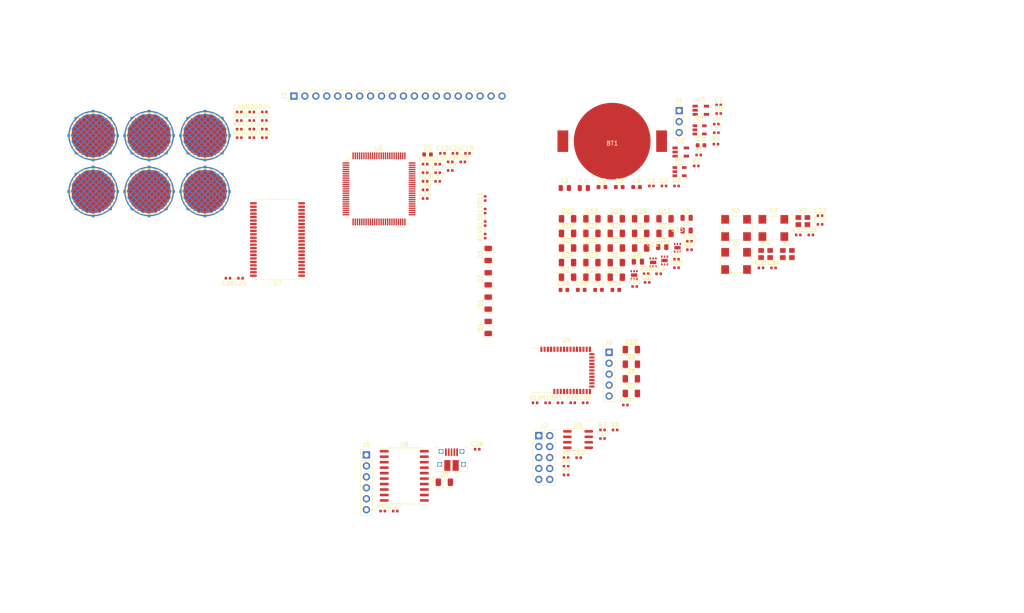
<source format=kicad_pcb>
(kicad_pcb (version 20171130) (host pcbnew 5.1.5+dfsg1-2)
  (layers (0 F.Cu signal) (31 B.Cu signal) (34 B.Paste user hide) (35 F.Paste user hide) (36 B.SilkS user) (37 F.SilkS user) (38 B.Mask user) (39 F.Mask user) (44 Edge.Cuts user))
  (net 0 "")
  (net 1 GND)
  (net 2 "Net-(BT1-Pad1)")
  (net 3 +3V3)
  (net 4 +1V2)
  (net 5 +5V)
  (net 6 "Net-(C6-Pad1)")
  (net 7 IO96)
  (net 8 IO100)
  (net 9 IO95)
  (net 10 IO99)
  (net 11 IO94)
  (net 12 IO97)
  (net 13 "Net-(C51-Pad1)")
  (net 14 "Net-(C52-Pad1)")
  (net 15 "Net-(C55-Pad1)")
  (net 16 "Net-(C56-Pad1)")
  (net 17 CDONE)
  (net 18 "Net-(D1-Pad1)")
  (net 19 IO53)
  (net 20 "Net-(D2-Pad1)")
  (net 21 IO52)
  (net 22 "Net-(D3-Pad1)")
  (net 23 IO51)
  (net 24 "Net-(D4-Pad1)")
  (net 25 "Net-(D5-Pad1)")
  (net 26 "Net-(D6-Pad2)")
  (net 27 "Net-(D7-Pad2)")
  (net 28 "Net-(D8-Pad2)")
  (net 29 "Net-(D9-Pad2)")
  (net 30 "Net-(D10-Pad2)")
  (net 31 "Net-(D11-Pad1)")
  (net 32 "Net-(D12-Pad1)")
  (net 33 "Net-(D13-Pad1)")
  (net 34 "Net-(D14-Pad1)")
  (net 35 "Net-(D15-Pad1)")
  (net 36 "Net-(D16-Pad1)")
  (net 37 "Net-(D17-Pad1)")
  (net 38 "Net-(D18-Pad1)")
  (net 39 "Net-(D19-Pad1)")
  (net 40 "Net-(D20-Pad1)")
  (net 41 "Net-(D21-Pad1)")
  (net 42 "Net-(D22-Pad1)")
  (net 43 "Net-(D23-Pad1)")
  (net 44 "Net-(D24-Pad1)")
  (net 45 "Net-(D25-Pad1)")
  (net 46 "Net-(D26-Pad1)")
  (net 47 "Net-(D27-Pad1)")
  (net 48 "Net-(D28-Pad1)")
  (net 49 "Net-(D29-Pad1)")
  (net 50 "Net-(D30-Pad1)")
  (net 51 SPI_OUT)
  (net 52 SPI_IN)
  (net 53 SPI_SCK)
  (net 54 CRESET)
  (net 55 SPI_CS)
  (net 56 "Net-(J2-Pad4)")
  (net 57 "Net-(J2-Pad3)")
  (net 58 IO78)
  (net 59 IO79)
  (net 60 IO80)
  (net 61 IO81)
  (net 62 IO82)
  (net 63 IO83)
  (net 64 IO85)
  (net 65 IO86)
  (net 66 IO87)
  (net 67 IO89)
  (net 68 IO90)
  (net 69 IO91)
  (net 70 IO93)
  (net 71 swd_clk)
  (net 72 swd_io)
  (net 73 swd_rst)
  (net 74 "Net-(J6-Pad4)")
  (net 75 "Net-(J6-Pad3)")
  (net 76 "Net-(L1-Pad2)")
  (net 77 "Net-(L2-Pad2)")
  (net 78 "Net-(L3-Pad2)")
  (net 79 "Net-(L4-Pad2)")
  (net 80 "Net-(L5-Pad2)")
  (net 81 "Net-(L6-Pad2)")
  (net 82 "Net-(R1-Pad1)")
  (net 83 "Net-(R3-Pad1)")
  (net 84 led_mcu)
  (net 85 "Net-(R16-Pad1)")
  (net 86 "Net-(R17-Pad1)")
  (net 87 "Net-(R18-Pad1)")
  (net 88 "Net-(R19-Pad1)")
  (net 89 "Net-(U2-Pad4)")
  (net 90 "Net-(U4-Pad4)")
  (net 91 "Net-(U6-Pad76)")
  (net 92 IO74)
  (net 93 IO73)
  (net 94 IO72)
  (net 95 IO71)
  (net 96 IO69)
  (net 97 IO68)
  (net 98 IO66)
  (net 99 IO65)
  (net 100 IO64)
  (net 101 IO63)
  (net 102 IO62)
  (net 103 IO60)
  (net 104 IO59)
  (net 105 IO57)
  (net 106 IO56)
  (net 107 IO54)
  (net 108 IO43)
  (net 109 IO41)
  (net 110 IO40)
  (net 111 IO37)
  (net 112 IO36)
  (net 113 IO34)
  (net 114 IO33)
  (net 115 IO30)
  (net 116 IO29)
  (net 117 IO28)
  (net 118 IO27)
  (net 119 IO26)
  (net 120 IO25)
  (net 121 IO24)
  (net 122 IO21)
  (net 123 IO20)
  (net 124 IO19)
  (net 125 IO18)
  (net 126 IO16)
  (net 127 IO15)
  (net 128 IO13)
  (net 129 IO12)
  (net 130 IO10)
  (net 131 IO9)
  (net 132 IO8)
  (net 133 IO7)
  (net 134 IO4)
  (net 135 IO3)
  (net 136 IO2)
  (net 137 IO1)
  (net 138 "Net-(U7-Pad44)")
  (net 139 "Net-(U7-Pad43)")
  (net 140 "Net-(U7-Pad42)")
  (net 141 "Net-(U7-Pad25)")
  (net 142 "Net-(U7-Pad24)")
  (net 143 "Net-(U7-Pad23)")
  (net 144 "Net-(U7-Pad22)")
  (net 145 "Net-(U7-Pad21)")
  (net 146 "Net-(U7-Pad2)")
  (net 147 "Net-(U7-Pad1)")
  (net 148 "Net-(U8-Pad15)")
  (net 149 "Net-(U8-Pad14)")
  (net 150 nrf_tx)
  (net 151 nrf_rx)
  (net 152 "Net-(U9-Pad35)")
  (net 153 "Net-(U9-Pad34)")
  (net 154 "Net-(U9-Pad33)")
  (net 155 "Net-(U9-Pad32)")
  (net 156 "Net-(U9-Pad30)")
  (net 157 "Net-(U9-Pad25)")
  (net 158 "Net-(U9-Pad24)")
  (net 159 "Net-(U9-Pad23)")
  (net 160 "Net-(U9-Pad22)")
  (net 161 "Net-(U9-Pad21)")
  (net 162 "Net-(U9-Pad20)")
  (net 163 "Net-(U9-Pad19)")
  (net 164 "Net-(U9-Pad18)")
  (net 165 "Net-(U9-Pad14)")
  (net 166 "Net-(U9-Pad13)")
  (net 167 "Net-(U9-Pad12)")
  (net 168 "Net-(U9-Pad8)")
  (net 169 "Net-(U9-Pad7)")
  (net 170 "Net-(X1-PadID)")
  (module Oscillator:Oscillator_SMD_Abracon_ASV-4Pin_7.0x5.1mm (layer F.Cu) (at 222.541001 73.231001)
    (fp_text reference X7 (at 0 -4) (layer F.SilkS))
    (fp_text value ASV-xxxMHz)
    (pad 4 smd rect (at -2.54 -2) (size 1.8 2) (layers F.Cu F.Paste F.Mask) (net 3 +3V3))
    (pad 3 smd rect (at 2.54 -2) (size 1.8 2) (layers F.Cu F.Paste F.Mask) (net 96 IO69))
    (pad 2 smd rect (at 2.54 2) (size 1.8 2) (layers F.Cu F.Paste F.Mask) (net 1 GND))
    (pad 1 smd rect (at -2.54 2) (size 1.8 2) (layers F.Cu F.Paste F.Mask) (net 3 +3V3))
  )
  (module Oscillator:Oscillator_SMD_Abracon_ASV-4Pin_7.0x5.1mm (layer F.Cu) (at 213.891001 73.231001)
    (fp_text reference X6 (at 0 -4) (layer F.SilkS))
    (fp_text value ASV-xxxMHz)
    (pad 4 smd rect (at -2.54 -2) (size 1.8 2) (layers F.Cu F.Paste F.Mask) (net 3 +3V3))
    (pad 3 smd rect (at 2.54 -2) (size 1.8 2) (layers F.Cu F.Paste F.Mask) (net 97 IO68))
    (pad 2 smd rect (at 2.54 2) (size 1.8 2) (layers F.Cu F.Paste F.Mask) (net 1 GND))
    (pad 1 smd rect (at -2.54 2) (size 1.8 2) (layers F.Cu F.Paste F.Mask) (net 3 +3V3))
  )
  (module Oscillator:Oscillator_SMD_Abracon_ASV-4Pin_7.0x5.1mm (layer F.Cu) (at 213.891001 80.881001)
    (fp_text reference X5 (at 0 -4) (layer F.SilkS))
    (fp_text value ASV-xxxMHz)
    (pad 4 smd rect (at -2.54 -2) (size 1.8 2) (layers F.Cu F.Paste F.Mask) (net 3 +3V3))
    (pad 3 smd rect (at 2.54 -2) (size 1.8 2) (layers F.Cu F.Paste F.Mask) (net 101 IO63))
    (pad 2 smd rect (at 2.54 2) (size 1.8 2) (layers F.Cu F.Paste F.Mask) (net 1 GND))
    (pad 1 smd rect (at -2.54 2) (size 1.8 2) (layers F.Cu F.Paste F.Mask) (net 3 +3V3))
  )
  (module Oscillator:Oscillator_SMD_Abracon_ASE-4Pin_3.2x2.5mm (layer F.Cu) (at 220.741001 79.281001)
    (fp_text reference X4 (at 0 -2.45) (layer F.SilkS))
    (fp_text value ASE-10MHz)
    (pad 4 smd rect (at -1.05 -0.825) (size 1.3 1.1) (layers F.Cu F.Paste F.Mask) (net 3 +3V3))
    (pad 3 smd rect (at 1.05 -0.825) (size 1.3 1.1) (layers F.Cu F.Paste F.Mask) (net 98 IO66))
    (pad 2 smd rect (at 1.05 0.825) (size 1.3 1.1) (layers F.Cu F.Paste F.Mask) (net 1 GND))
    (pad 1 smd rect (at -1.05 0.825) (size 1.3 1.1) (layers F.Cu F.Paste F.Mask) (net 3 +3V3))
  )
  (module Oscillator:Oscillator_SMD_Abracon_ASE-4Pin_3.2x2.5mm (layer F.Cu) (at 229.391001 71.631001)
    (fp_text reference X3 (at 0 -2.45) (layer F.SilkS))
    (fp_text value ASE-10MHz)
    (pad 4 smd rect (at -1.05 -0.825) (size 1.3 1.1) (layers F.Cu F.Paste F.Mask) (net 3 +3V3))
    (pad 3 smd rect (at 1.05 -0.825) (size 1.3 1.1) (layers F.Cu F.Paste F.Mask) (net 102 IO62))
    (pad 2 smd rect (at 1.05 0.825) (size 1.3 1.1) (layers F.Cu F.Paste F.Mask) (net 1 GND))
    (pad 1 smd rect (at -1.05 0.825) (size 1.3 1.1) (layers F.Cu F.Paste F.Mask) (net 3 +3V3))
  )
  (module Oscillator:Oscillator_SMD_Abracon_ASE-4Pin_3.2x2.5mm (layer F.Cu) (at 225.791001 79.281001)
    (fp_text reference X2 (at 0 -2.45) (layer F.SilkS))
    (fp_text value ASE-10MHz)
    (pad 4 smd rect (at -1.05 -0.825) (size 1.3 1.1) (layers F.Cu F.Paste F.Mask) (net 3 +3V3))
    (pad 3 smd rect (at 1.05 -0.825) (size 1.3 1.1) (layers F.Cu F.Paste F.Mask) (net 99 IO65))
    (pad 2 smd rect (at 1.05 0.825) (size 1.3 1.1) (layers F.Cu F.Paste F.Mask) (net 1 GND))
    (pad 1 smd rect (at -1.05 0.825) (size 1.3 1.1) (layers F.Cu F.Paste F.Mask) (net 3 +3V3))
  )
  (module kifootp:FCI_10103594_MILL (layer F.Cu) (at 147.896501 129.806101)
    (fp_text reference X1 (at -3.794 1.2419 -180) (layer F.SilkS) (effects (font (size 0.77216 0.77216) (thickness 0.138988)) (justify right top)))
    (fp_text value USBFCI_10103594_MILL)
    (pad SPRT@4 thru_hole rect (at 2.4257 -4.729987) (size 1.016 1.016) (drill 0.8001) (layers *.Cu *.Mask) (net 1 GND))
    (pad SPRT@3 thru_hole rect (at -2.4257 -4.729987) (size 1.016 1.016) (drill 0.8001) (layers *.Cu *.Mask) (net 1 GND))
    (pad SPRT@2 thru_hole rect (at 2.77495 -1.700021) (size 1.016 1.016) (drill 0.8001) (layers *.Cu *.Mask) (net 1 GND))
    (pad SPRT@1 thru_hole rect (at -2.77495 -1.700021) (size 1.016 1.016) (drill 0.8001) (layers *.Cu *.Mask) (net 1 GND))
    (pad VBUS smd rect (at -1.3 -4.525) (size 0.4 1.75) (layers F.Cu F.Paste F.Mask) (net 5 +5V))
    (pad GND smd rect (at 1.3 -4.525) (size 0.4 1.75) (layers F.Cu F.Paste F.Mask) (net 1 GND))
    (pad D- smd rect (at -0.650012 -4.525) (size 0.4 1.75) (layers F.Cu F.Paste F.Mask) (net 149 "Net-(U8-Pad14)"))
    (pad ID smd rect (at 0.650012 -4.525) (size 0.4 1.75) (layers F.Cu F.Paste F.Mask) (net 170 "Net-(X1-PadID)"))
    (pad D+ smd rect (at 0 -4.525) (size 0.4 1.75) (layers F.Cu F.Paste F.Mask) (net 148 "Net-(U8-Pad15)"))
    (pad BASE@1 smd rect (at -0.9625 -1.45 90) (size 2.499993 1.42494) (layers F.Cu F.Paste F.Mask) (net 1 GND))
    (pad BASE@2 smd rect (at 0.9625 -1.45 90) (size 2.499993 1.42494) (layers F.Cu F.Paste F.Mask) (net 1 GND))
  )
  (module kifootp:FAN5341 (layer F.Cu) (at 200.301 77.836)
    (fp_text reference U13 (at -0.01 -4.24) (layer F.SilkS))
    (fp_text value FAN5341)
    (pad 1 smd rect (at -0.65 0.9 180) (size 0.35 0.5) (layers F.Cu F.Paste F.Mask) (net 16 "Net-(C56-Pad1)"))
    (pad 2 smd rect (at 0 0.9 180) (size 0.35 0.5) (layers F.Cu F.Paste F.Mask) (net 3 +3V3))
    (pad 3 smd rect (at 0.65 0.9 180) (size 0.35 0.5) (layers F.Cu F.Paste F.Mask) (net 94 IO72))
    (pad 4 smd rect (at 0.65 -0.9 180) (size 0.35 0.5) (layers F.Cu F.Paste F.Mask) (net 50 "Net-(D30-Pad1)"))
    (pad 5 smd rect (at 0 -0.9 180) (size 0.35 0.5) (layers F.Cu F.Paste F.Mask) (net 81 "Net-(L6-Pad2)"))
    (pad 6 smd rect (at -0.65 -0.9 180) (size 0.35 0.5) (layers F.Cu F.Paste F.Mask) (net 1 GND))
    (pad 6 smd rect (at 0 0) (size 1.45 0.8) (layers F.Cu F.Paste F.Mask) (net 1 GND))
  )
  (module kifootp:FAN5341 (layer F.Cu) (at 194.651 81.226)
    (fp_text reference U12 (at -0.01 -4.24) (layer F.SilkS))
    (fp_text value FAN5341)
    (pad 1 smd rect (at -0.65 0.9 180) (size 0.35 0.5) (layers F.Cu F.Paste F.Mask) (net 15 "Net-(C55-Pad1)"))
    (pad 2 smd rect (at 0 0.9 180) (size 0.35 0.5) (layers F.Cu F.Paste F.Mask) (net 3 +3V3))
    (pad 3 smd rect (at 0.65 0.9 180) (size 0.35 0.5) (layers F.Cu F.Paste F.Mask) (net 95 IO71))
    (pad 4 smd rect (at 0.65 -0.9 180) (size 0.35 0.5) (layers F.Cu F.Paste F.Mask) (net 49 "Net-(D29-Pad1)"))
    (pad 5 smd rect (at 0 -0.9 180) (size 0.35 0.5) (layers F.Cu F.Paste F.Mask) (net 80 "Net-(L5-Pad2)"))
    (pad 6 smd rect (at -0.65 -0.9 180) (size 0.35 0.5) (layers F.Cu F.Paste F.Mask) (net 1 GND))
    (pad 6 smd rect (at 0 0) (size 1.45 0.8) (layers F.Cu F.Paste F.Mask) (net 1 GND))
  )
  (module kifootp:FAN5341 (layer F.Cu) (at 197.301 80.786)
    (fp_text reference U11 (at -0.01 -4.24) (layer F.SilkS))
    (fp_text value FAN5341)
    (pad 1 smd rect (at -0.65 0.9 180) (size 0.35 0.5) (layers F.Cu F.Paste F.Mask) (net 14 "Net-(C52-Pad1)"))
    (pad 2 smd rect (at 0 0.9 180) (size 0.35 0.5) (layers F.Cu F.Paste F.Mask) (net 3 +3V3))
    (pad 3 smd rect (at 0.65 0.9 180) (size 0.35 0.5) (layers F.Cu F.Paste F.Mask) (net 92 IO74))
    (pad 4 smd rect (at 0.65 -0.9 180) (size 0.35 0.5) (layers F.Cu F.Paste F.Mask) (net 40 "Net-(D20-Pad1)"))
    (pad 5 smd rect (at 0 -0.9 180) (size 0.35 0.5) (layers F.Cu F.Paste F.Mask) (net 79 "Net-(L4-Pad2)"))
    (pad 6 smd rect (at -0.65 -0.9 180) (size 0.35 0.5) (layers F.Cu F.Paste F.Mask) (net 1 GND))
    (pad 6 smd rect (at 0 0) (size 1.45 0.8) (layers F.Cu F.Paste F.Mask) (net 1 GND))
  )
  (module kifootp:FAN5341 (layer F.Cu) (at 190.241 84.176)
    (fp_text reference U10 (at -0.01 -4.24) (layer F.SilkS))
    (fp_text value FAN5341)
    (pad 1 smd rect (at -0.65 0.9 180) (size 0.35 0.5) (layers F.Cu F.Paste F.Mask) (net 13 "Net-(C51-Pad1)"))
    (pad 2 smd rect (at 0 0.9 180) (size 0.35 0.5) (layers F.Cu F.Paste F.Mask) (net 3 +3V3))
    (pad 3 smd rect (at 0.65 0.9 180) (size 0.35 0.5) (layers F.Cu F.Paste F.Mask) (net 93 IO73))
    (pad 4 smd rect (at 0.65 -0.9 180) (size 0.35 0.5) (layers F.Cu F.Paste F.Mask) (net 39 "Net-(D19-Pad1)"))
    (pad 5 smd rect (at 0 -0.9 180) (size 0.35 0.5) (layers F.Cu F.Paste F.Mask) (net 78 "Net-(L3-Pad2)"))
    (pad 6 smd rect (at -0.65 -0.9 180) (size 0.35 0.5) (layers F.Cu F.Paste F.Mask) (net 1 GND))
    (pad 6 smd rect (at 0 0) (size 1.45 0.8) (layers F.Cu F.Paste F.Mask) (net 1 GND))
  )
  (module RF_Module:Laird_BL652 (layer F.Cu) (at 174.591001 106.291001)
    (fp_text reference U9 (at 0 -6.985) (layer F.SilkS))
    (fp_text value BL652)
    (pad 39 smd rect (at -2.85 4.9 90) (size 1.2 0.5) (layers F.Cu F.Paste F.Mask) (net 1 GND))
    (pad 38 smd rect (at -2.1 4.9 90) (size 1.2 0.5) (layers F.Cu F.Paste F.Mask) (net 53 SPI_SCK))
    (pad 37 smd rect (at -1.35 4.9 90) (size 1.2 0.5) (layers F.Cu F.Paste F.Mask) (net 54 CRESET))
    (pad 36 smd rect (at -0.6 4.9 90) (size 1.2 0.5) (layers F.Cu F.Paste F.Mask) (net 17 CDONE))
    (pad 35 smd rect (at 0.15 4.9 90) (size 1.2 0.5) (layers F.Cu F.Paste F.Mask) (net 152 "Net-(U9-Pad35)"))
    (pad 34 smd rect (at 0.9 4.9 90) (size 1.2 0.5) (layers F.Cu F.Paste F.Mask) (net 153 "Net-(U9-Pad34)"))
    (pad 33 smd rect (at 1.65 4.9 90) (size 1.2 0.5) (layers F.Cu F.Paste F.Mask) (net 154 "Net-(U9-Pad33)"))
    (pad 32 smd rect (at 2.4 4.9 90) (size 1.2 0.5) (layers F.Cu F.Paste F.Mask) (net 155 "Net-(U9-Pad32)"))
    (pad 31 smd rect (at 3.15 4.9 90) (size 1.2 0.5) (layers F.Cu F.Paste F.Mask) (net 151 nrf_rx))
    (pad 30 smd rect (at 3.9 4.9 90) (size 1.2 0.5) (layers F.Cu F.Paste F.Mask) (net 156 "Net-(U9-Pad30)"))
    (pad 29 smd rect (at 4.65 4.9 90) (size 1.2 0.5) (layers F.Cu F.Paste F.Mask) (net 87 "Net-(R18-Pad1)"))
    (pad 28 smd rect (at 5.4 4.9 90) (size 1.2 0.5) (layers F.Cu F.Paste F.Mask) (net 85 "Net-(R16-Pad1)"))
    (pad 27 smd rect (at 5.85 3.75) (size 1.2 0.5) (layers F.Cu F.Paste F.Mask) (net 1 GND))
    (pad 26 smd rect (at 5.85 3) (size 1.2 0.5) (layers F.Cu F.Paste F.Mask) (net 3 +3V3))
    (pad 25 smd rect (at 5.85 2.25) (size 1.2 0.5) (layers F.Cu F.Paste F.Mask) (net 157 "Net-(U9-Pad25)"))
    (pad 24 smd rect (at 5.85 1.5) (size 1.2 0.5) (layers F.Cu F.Paste F.Mask) (net 158 "Net-(U9-Pad24)"))
    (pad 23 smd rect (at 5.85 0.75) (size 1.2 0.5) (layers F.Cu F.Paste F.Mask) (net 159 "Net-(U9-Pad23)"))
    (pad 22 smd rect (at 5.85 0) (size 1.2 0.5) (layers F.Cu F.Paste F.Mask) (net 160 "Net-(U9-Pad22)"))
    (pad 21 smd rect (at 5.85 -0.75) (size 1.2 0.5) (layers F.Cu F.Paste F.Mask) (net 161 "Net-(U9-Pad21)"))
    (pad 20 smd rect (at 5.85 -1.5) (size 1.2 0.5) (layers F.Cu F.Paste F.Mask) (net 162 "Net-(U9-Pad20)"))
    (pad 19 smd rect (at 5.85 -2.25) (size 1.2 0.5) (layers F.Cu F.Paste F.Mask) (net 163 "Net-(U9-Pad19)"))
    (pad 18 smd rect (at 5.85 -3) (size 1.2 0.5) (layers F.Cu F.Paste F.Mask) (net 164 "Net-(U9-Pad18)"))
    (pad 17 smd rect (at 5.85 -3.75) (size 1.2 0.5) (layers F.Cu F.Paste F.Mask) (net 104 IO59))
    (pad 16 smd rect (at 5.4 -4.9 90) (size 1.2 0.5) (layers F.Cu F.Paste F.Mask) (net 1 GND))
    (pad 15 smd rect (at 4.65 -4.9 90) (size 1.2 0.5) (layers F.Cu F.Paste F.Mask) (net 105 IO57))
    (pad 14 smd rect (at 3.9 -4.9 90) (size 1.2 0.5) (layers F.Cu F.Paste F.Mask) (net 165 "Net-(U9-Pad14)"))
    (pad 13 smd rect (at 3.15 -4.9 90) (size 1.2 0.5) (layers F.Cu F.Paste F.Mask) (net 166 "Net-(U9-Pad13)"))
    (pad 12 smd rect (at 2.4 -4.9 90) (size 1.2 0.5) (layers F.Cu F.Paste F.Mask) (net 167 "Net-(U9-Pad12)"))
    (pad 11 smd rect (at 1.65 -4.9 90) (size 1.2 0.5) (layers F.Cu F.Paste F.Mask) (net 86 "Net-(R17-Pad1)"))
    (pad 10 smd rect (at 0.9 -4.9 90) (size 1.2 0.5) (layers F.Cu F.Paste F.Mask) (net 88 "Net-(R19-Pad1)"))
    (pad 9 smd rect (at 0.15 -4.9 90) (size 1.2 0.5) (layers F.Cu F.Paste F.Mask) (net 150 nrf_tx))
    (pad 8 smd rect (at -0.6 -4.9 90) (size 1.2 0.5) (layers F.Cu F.Paste F.Mask) (net 168 "Net-(U9-Pad8)"))
    (pad 7 smd rect (at -1.35 -4.9 90) (size 1.2 0.5) (layers F.Cu F.Paste F.Mask) (net 169 "Net-(U9-Pad7)"))
    (pad 6 smd rect (at -2.1 -4.9 90) (size 1.2 0.5) (layers F.Cu F.Paste F.Mask) (net 75 "Net-(J6-Pad3)"))
    (pad 5 smd rect (at -2.85 -4.9 90) (size 1.2 0.5) (layers F.Cu F.Paste F.Mask) (net 74 "Net-(J6-Pad4)"))
    (pad 4 smd rect (at -3.6 -4.9 90) (size 1.2 0.5) (layers F.Cu F.Paste F.Mask) (net 51 SPI_OUT))
    (pad 3 smd rect (at -4.35 -4.9 90) (size 1.2 0.5) (layers F.Cu F.Paste F.Mask) (net 52 SPI_IN))
    (pad 2 smd rect (at -5.1 -4.9 90) (size 1.2 0.5) (layers F.Cu F.Paste F.Mask) (net 55 SPI_CS))
    (pad 1 smd rect (at -5.85 -4.9 90) (size 1.2 0.5) (layers F.Cu F.Paste F.Mask) (net 1 GND))
  )
  (module Package_SO:SOIC-20W_7.5x12.8mm_P1.27mm (layer F.Cu) (at 136.941001 130.771001)
    (fp_text reference U8 (at 0 -7.35) (layer F.SilkS))
    (fp_text value ATSAMD11D14A-SS)
    (pad 20 smd roundrect (at 4.65 -5.715) (size 2.05 0.6) (layers F.Cu F.Paste F.Mask) (net 53 SPI_SCK))
    (pad 19 smd roundrect (at 4.65 -4.445) (size 2.05 0.6) (layers F.Cu F.Paste F.Mask) (net 54 CRESET))
    (pad 18 smd roundrect (at 4.65 -3.175) (size 2.05 0.6) (layers F.Cu F.Paste F.Mask) (net 17 CDONE))
    (pad 17 smd roundrect (at 4.65 -1.905) (size 2.05 0.6) (layers F.Cu F.Paste F.Mask) (net 3 +3V3))
    (pad 16 smd roundrect (at 4.65 -0.635) (size 2.05 0.6) (layers F.Cu F.Paste F.Mask) (net 1 GND))
    (pad 15 smd roundrect (at 4.65 0.635) (size 2.05 0.6) (layers F.Cu F.Paste F.Mask) (net 148 "Net-(U8-Pad15)"))
    (pad 14 smd roundrect (at 4.65 1.905) (size 2.05 0.6) (layers F.Cu F.Paste F.Mask) (net 149 "Net-(U8-Pad14)"))
    (pad 13 smd roundrect (at 4.65 3.175) (size 2.05 0.6) (layers F.Cu F.Paste F.Mask) (net 72 swd_io))
    (pad 12 smd roundrect (at 4.65 4.445) (size 2.05 0.6) (layers F.Cu F.Paste F.Mask) (net 71 swd_clk))
    (pad 11 smd roundrect (at 4.65 5.715) (size 2.05 0.6) (layers F.Cu F.Paste F.Mask) (net 73 swd_rst))
    (pad 10 smd roundrect (at -4.65 5.715) (size 2.05 0.6) (layers F.Cu F.Paste F.Mask) (net 150 nrf_tx))
    (pad 9 smd roundrect (at -4.65 4.445) (size 2.05 0.6) (layers F.Cu F.Paste F.Mask) (net 151 nrf_rx))
    (pad 8 smd roundrect (at -4.65 3.175) (size 2.05 0.6) (layers F.Cu F.Paste F.Mask) (net 103 IO60))
    (pad 7 smd roundrect (at -4.65 1.905) (size 2.05 0.6) (layers F.Cu F.Paste F.Mask) (net 100 IO64))
    (pad 6 smd roundrect (at -4.65 0.635) (size 2.05 0.6) (layers F.Cu F.Paste F.Mask) (net 84 led_mcu))
    (pad 5 smd roundrect (at -4.65 -0.635) (size 2.05 0.6) (layers F.Cu F.Paste F.Mask) (net 107 IO54))
    (pad 4 smd roundrect (at -4.65 -1.905) (size 2.05 0.6) (layers F.Cu F.Paste F.Mask) (net 106 IO56))
    (pad 3 smd roundrect (at -4.65 -3.175) (size 2.05 0.6) (layers F.Cu F.Paste F.Mask) (net 51 SPI_OUT))
    (pad 2 smd roundrect (at -4.65 -4.445) (size 2.05 0.6) (layers F.Cu F.Paste F.Mask) (net 52 SPI_IN))
    (pad 1 smd roundrect (at -4.65 -5.715) (size 2.05 0.6) (layers F.Cu F.Paste F.Mask) (net 55 SPI_CS))
  )
  (module Package_SO:TSOP-II-44_10.16x18.41mm_P0.8mm (layer F.Cu) (at 107.538999 75.908999 180)
    (fp_text reference U7 (at 0 -10.16) (layer F.SilkS))
    (fp_text value AS7C34096A)
    (pad 44 smd roundrect (at 5.5875 -8.4 180) (size 1.525 0.55) (layers F.Cu F.Paste F.Mask) (net 138 "Net-(U7-Pad44)"))
    (pad 43 smd roundrect (at 5.5875 -7.6 180) (size 1.525 0.55) (layers F.Cu F.Paste F.Mask) (net 139 "Net-(U7-Pad43)"))
    (pad 42 smd roundrect (at 5.5875 -6.8 180) (size 1.525 0.55) (layers F.Cu F.Paste F.Mask) (net 140 "Net-(U7-Pad42)"))
    (pad 41 smd roundrect (at 5.5875 -6 180) (size 1.525 0.55) (layers F.Cu F.Paste F.Mask) (net 119 IO26))
    (pad 40 smd roundrect (at 5.5875 -5.2 180) (size 1.525 0.55) (layers F.Cu F.Paste F.Mask) (net 118 IO27))
    (pad 39 smd roundrect (at 5.5875 -4.4 180) (size 1.525 0.55) (layers F.Cu F.Paste F.Mask) (net 117 IO28))
    (pad 38 smd roundrect (at 5.5875 -3.6 180) (size 1.525 0.55) (layers F.Cu F.Paste F.Mask) (net 116 IO29))
    (pad 37 smd roundrect (at 5.5875 -2.8 180) (size 1.525 0.55) (layers F.Cu F.Paste F.Mask) (net 115 IO30))
    (pad 36 smd roundrect (at 5.5875 -2 180) (size 1.525 0.55) (layers F.Cu F.Paste F.Mask) (net 114 IO33))
    (pad 35 smd roundrect (at 5.5875 -1.2 180) (size 1.525 0.55) (layers F.Cu F.Paste F.Mask) (net 113 IO34))
    (pad 34 smd roundrect (at 5.5875 -0.4 180) (size 1.525 0.55) (layers F.Cu F.Paste F.Mask) (net 1 GND))
    (pad 33 smd roundrect (at 5.5875 0.4 180) (size 1.525 0.55) (layers F.Cu F.Paste F.Mask) (net 3 +3V3))
    (pad 32 smd roundrect (at 5.5875 1.2 180) (size 1.525 0.55) (layers F.Cu F.Paste F.Mask) (net 112 IO36))
    (pad 31 smd roundrect (at 5.5875 2 180) (size 1.525 0.55) (layers F.Cu F.Paste F.Mask) (net 111 IO37))
    (pad 30 smd roundrect (at 5.5875 2.8 180) (size 1.525 0.55) (layers F.Cu F.Paste F.Mask) (net 110 IO40))
    (pad 29 smd roundrect (at 5.5875 3.6 180) (size 1.525 0.55) (layers F.Cu F.Paste F.Mask) (net 109 IO41))
    (pad 28 smd roundrect (at 5.5875 4.4 180) (size 1.525 0.55) (layers F.Cu F.Paste F.Mask) (net 108 IO43))
    (pad 27 smd roundrect (at 5.5875 5.2 180) (size 1.525 0.55) (layers F.Cu F.Paste F.Mask) (net 137 IO1))
    (pad 26 smd roundrect (at 5.5875 6 180) (size 1.525 0.55) (layers F.Cu F.Paste F.Mask) (net 136 IO2))
    (pad 25 smd roundrect (at 5.5875 6.8 180) (size 1.525 0.55) (layers F.Cu F.Paste F.Mask) (net 141 "Net-(U7-Pad25)"))
    (pad 24 smd roundrect (at 5.5875 7.6 180) (size 1.525 0.55) (layers F.Cu F.Paste F.Mask) (net 142 "Net-(U7-Pad24)"))
    (pad 23 smd roundrect (at 5.5875 8.4 180) (size 1.525 0.55) (layers F.Cu F.Paste F.Mask) (net 143 "Net-(U7-Pad23)"))
    (pad 22 smd roundrect (at -5.5875 8.4 180) (size 1.525 0.55) (layers F.Cu F.Paste F.Mask) (net 144 "Net-(U7-Pad22)"))
    (pad 21 smd roundrect (at -5.5875 7.6 180) (size 1.525 0.55) (layers F.Cu F.Paste F.Mask) (net 145 "Net-(U7-Pad21)"))
    (pad 20 smd roundrect (at -5.5875 6.8 180) (size 1.525 0.55) (layers F.Cu F.Paste F.Mask) (net 135 IO3))
    (pad 19 smd roundrect (at -5.5875 6 180) (size 1.525 0.55) (layers F.Cu F.Paste F.Mask) (net 134 IO4))
    (pad 18 smd roundrect (at -5.5875 5.2 180) (size 1.525 0.55) (layers F.Cu F.Paste F.Mask) (net 133 IO7))
    (pad 17 smd roundrect (at -5.5875 4.4 180) (size 1.525 0.55) (layers F.Cu F.Paste F.Mask) (net 132 IO8))
    (pad 16 smd roundrect (at -5.5875 3.6 180) (size 1.525 0.55) (layers F.Cu F.Paste F.Mask) (net 131 IO9))
    (pad 15 smd roundrect (at -5.5875 2.8 180) (size 1.525 0.55) (layers F.Cu F.Paste F.Mask) (net 130 IO10))
    (pad 14 smd roundrect (at -5.5875 2 180) (size 1.525 0.55) (layers F.Cu F.Paste F.Mask) (net 129 IO12))
    (pad 13 smd roundrect (at -5.5875 1.2 180) (size 1.525 0.55) (layers F.Cu F.Paste F.Mask) (net 128 IO13))
    (pad 12 smd roundrect (at -5.5875 0.4 180) (size 1.525 0.55) (layers F.Cu F.Paste F.Mask) (net 1 GND))
    (pad 11 smd roundrect (at -5.5875 -0.4 180) (size 1.525 0.55) (layers F.Cu F.Paste F.Mask) (net 3 +3V3))
    (pad 10 smd roundrect (at -5.5875 -1.2 180) (size 1.525 0.55) (layers F.Cu F.Paste F.Mask) (net 127 IO15))
    (pad 9 smd roundrect (at -5.5875 -2 180) (size 1.525 0.55) (layers F.Cu F.Paste F.Mask) (net 126 IO16))
    (pad 8 smd roundrect (at -5.5875 -2.8 180) (size 1.525 0.55) (layers F.Cu F.Paste F.Mask) (net 125 IO18))
    (pad 7 smd roundrect (at -5.5875 -3.6 180) (size 1.525 0.55) (layers F.Cu F.Paste F.Mask) (net 124 IO19))
    (pad 6 smd roundrect (at -5.5875 -4.4 180) (size 1.525 0.55) (layers F.Cu F.Paste F.Mask) (net 123 IO20))
    (pad 5 smd roundrect (at -5.5875 -5.2 180) (size 1.525 0.55) (layers F.Cu F.Paste F.Mask) (net 122 IO21))
    (pad 4 smd roundrect (at -5.5875 -6 180) (size 1.525 0.55) (layers F.Cu F.Paste F.Mask) (net 121 IO24))
    (pad 3 smd roundrect (at -5.5875 -6.8 180) (size 1.525 0.55) (layers F.Cu F.Paste F.Mask) (net 120 IO25))
    (pad 2 smd roundrect (at -5.5875 -7.6 180) (size 1.525 0.55) (layers F.Cu F.Paste F.Mask) (net 146 "Net-(U7-Pad2)"))
    (pad 1 smd roundrect (at -5.5875 -8.4 180) (size 1.525 0.55) (layers F.Cu F.Paste F.Mask) (net 147 "Net-(U7-Pad1)"))
  )
  (module Package_QFP:LQFP-100_14x14mm_P0.5mm (layer F.Cu) (at 131.081001 64.161001)
    (fp_text reference U6 (at 0 -9.42) (layer F.SilkS))
    (fp_text value "ICE40HX1K-VQ100(VQFP100)")
    (pad 100 smd roundrect (at -6 -7.675) (size 0.3 1.6) (layers F.Cu F.Paste F.Mask) (net 8 IO100))
    (pad 99 smd roundrect (at -5.5 -7.675) (size 0.3 1.6) (layers F.Cu F.Paste F.Mask) (net 10 IO99))
    (pad 98 smd roundrect (at -5 -7.675) (size 0.3 1.6) (layers F.Cu F.Paste F.Mask) (net 1 GND))
    (pad 97 smd roundrect (at -4.5 -7.675) (size 0.3 1.6) (layers F.Cu F.Paste F.Mask) (net 12 IO97))
    (pad 96 smd roundrect (at -4 -7.675) (size 0.3 1.6) (layers F.Cu F.Paste F.Mask) (net 7 IO96))
    (pad 95 smd roundrect (at -3.5 -7.675) (size 0.3 1.6) (layers F.Cu F.Paste F.Mask) (net 9 IO95))
    (pad 94 smd roundrect (at -3 -7.675) (size 0.3 1.6) (layers F.Cu F.Paste F.Mask) (net 11 IO94))
    (pad 93 smd roundrect (at -2.5 -7.675) (size 0.3 1.6) (layers F.Cu F.Paste F.Mask) (net 70 IO93))
    (pad 92 smd roundrect (at -2 -7.675) (size 0.3 1.6) (layers F.Cu F.Paste F.Mask) (net 3 +3V3))
    (pad 91 smd roundrect (at -1.5 -7.675) (size 0.3 1.6) (layers F.Cu F.Paste F.Mask) (net 69 IO91))
    (pad 90 smd roundrect (at -1 -7.675) (size 0.3 1.6) (layers F.Cu F.Paste F.Mask) (net 68 IO90))
    (pad 89 smd roundrect (at -0.5 -7.675) (size 0.3 1.6) (layers F.Cu F.Paste F.Mask) (net 67 IO89))
    (pad 88 smd roundrect (at 0 -7.675) (size 0.3 1.6) (layers F.Cu F.Paste F.Mask) (net 3 +3V3))
    (pad 87 smd roundrect (at 0.5 -7.675) (size 0.3 1.6) (layers F.Cu F.Paste F.Mask) (net 66 IO87))
    (pad 86 smd roundrect (at 1 -7.675) (size 0.3 1.6) (layers F.Cu F.Paste F.Mask) (net 65 IO86))
    (pad 85 smd roundrect (at 1.5 -7.675) (size 0.3 1.6) (layers F.Cu F.Paste F.Mask) (net 64 IO85))
    (pad 84 smd roundrect (at 2 -7.675) (size 0.3 1.6) (layers F.Cu F.Paste F.Mask) (net 1 GND))
    (pad 83 smd roundrect (at 2.5 -7.675) (size 0.3 1.6) (layers F.Cu F.Paste F.Mask) (net 63 IO83))
    (pad 82 smd roundrect (at 3 -7.675) (size 0.3 1.6) (layers F.Cu F.Paste F.Mask) (net 62 IO82))
    (pad 81 smd roundrect (at 3.5 -7.675) (size 0.3 1.6) (layers F.Cu F.Paste F.Mask) (net 61 IO81))
    (pad 80 smd roundrect (at 4 -7.675) (size 0.3 1.6) (layers F.Cu F.Paste F.Mask) (net 60 IO80))
    (pad 79 smd roundrect (at 4.5 -7.675) (size 0.3 1.6) (layers F.Cu F.Paste F.Mask) (net 59 IO79))
    (pad 78 smd roundrect (at 5 -7.675) (size 0.3 1.6) (layers F.Cu F.Paste F.Mask) (net 58 IO78))
    (pad 77 smd roundrect (at 5.5 -7.675) (size 0.3 1.6) (layers F.Cu F.Paste F.Mask) (net 4 +1V2))
    (pad 76 smd roundrect (at 6 -7.675) (size 0.3 1.6) (layers F.Cu F.Paste F.Mask) (net 91 "Net-(U6-Pad76)"))
    (pad 75 smd roundrect (at 7.675 -6) (size 1.6 0.3) (layers F.Cu F.Paste F.Mask) (net 25 "Net-(D5-Pad1)"))
    (pad 74 smd roundrect (at 7.675 -5.5) (size 1.6 0.3) (layers F.Cu F.Paste F.Mask) (net 92 IO74))
    (pad 73 smd roundrect (at 7.675 -5) (size 1.6 0.3) (layers F.Cu F.Paste F.Mask) (net 93 IO73))
    (pad 72 smd roundrect (at 7.675 -4.5) (size 1.6 0.3) (layers F.Cu F.Paste F.Mask) (net 94 IO72))
    (pad 71 smd roundrect (at 7.675 -4) (size 1.6 0.3) (layers F.Cu F.Paste F.Mask) (net 95 IO71))
    (pad 70 smd roundrect (at 7.675 -3.5) (size 1.6 0.3) (layers F.Cu F.Paste F.Mask) (net 1 GND))
    (pad 69 smd roundrect (at 7.675 -3) (size 1.6 0.3) (layers F.Cu F.Paste F.Mask) (net 96 IO69))
    (pad 68 smd roundrect (at 7.675 -2.5) (size 1.6 0.3) (layers F.Cu F.Paste F.Mask) (net 97 IO68))
    (pad 67 smd roundrect (at 7.675 -2) (size 1.6 0.3) (layers F.Cu F.Paste F.Mask) (net 3 +3V3))
    (pad 66 smd roundrect (at 7.675 -1.5) (size 1.6 0.3) (layers F.Cu F.Paste F.Mask) (net 98 IO66))
    (pad 65 smd roundrect (at 7.675 -1) (size 1.6 0.3) (layers F.Cu F.Paste F.Mask) (net 99 IO65))
    (pad 64 smd roundrect (at 7.675 -0.5) (size 1.6 0.3) (layers F.Cu F.Paste F.Mask) (net 100 IO64))
    (pad 63 smd roundrect (at 7.675 0) (size 1.6 0.3) (layers F.Cu F.Paste F.Mask) (net 101 IO63))
    (pad 62 smd roundrect (at 7.675 0.5) (size 1.6 0.3) (layers F.Cu F.Paste F.Mask) (net 102 IO62))
    (pad 61 smd roundrect (at 7.675 1) (size 1.6 0.3) (layers F.Cu F.Paste F.Mask) (net 4 +1V2))
    (pad 60 smd roundrect (at 7.675 1.5) (size 1.6 0.3) (layers F.Cu F.Paste F.Mask) (net 103 IO60))
    (pad 59 smd roundrect (at 7.675 2) (size 1.6 0.3) (layers F.Cu F.Paste F.Mask) (net 104 IO59))
    (pad 58 smd roundrect (at 7.675 2.5) (size 1.6 0.3) (layers F.Cu F.Paste F.Mask) (net 3 +3V3))
    (pad 57 smd roundrect (at 7.675 3) (size 1.6 0.3) (layers F.Cu F.Paste F.Mask) (net 105 IO57))
    (pad 56 smd roundrect (at 7.675 3.5) (size 1.6 0.3) (layers F.Cu F.Paste F.Mask) (net 106 IO56))
    (pad 55 smd roundrect (at 7.675 4) (size 1.6 0.3) (layers F.Cu F.Paste F.Mask) (net 1 GND))
    (pad 54 smd roundrect (at 7.675 4.5) (size 1.6 0.3) (layers F.Cu F.Paste F.Mask) (net 107 IO54))
    (pad 53 smd roundrect (at 7.675 5) (size 1.6 0.3) (layers F.Cu F.Paste F.Mask) (net 19 IO53))
    (pad 52 smd roundrect (at 7.675 5.5) (size 1.6 0.3) (layers F.Cu F.Paste F.Mask) (net 21 IO52))
    (pad 51 smd roundrect (at 7.675 6) (size 1.6 0.3) (layers F.Cu F.Paste F.Mask) (net 23 IO51))
    (pad 50 smd roundrect (at 6 7.675) (size 0.3 1.6) (layers F.Cu F.Paste F.Mask) (net 3 +3V3))
    (pad 49 smd roundrect (at 5.5 7.675) (size 0.3 1.6) (layers F.Cu F.Paste F.Mask) (net 55 SPI_CS))
    (pad 48 smd roundrect (at 5 7.675) (size 0.3 1.6) (layers F.Cu F.Paste F.Mask) (net 53 SPI_SCK))
    (pad 47 smd roundrect (at 4.5 7.675) (size 0.3 1.6) (layers F.Cu F.Paste F.Mask) (net 1 GND))
    (pad 46 smd roundrect (at 4 7.675) (size 0.3 1.6) (layers F.Cu F.Paste F.Mask) (net 52 SPI_IN))
    (pad 45 smd roundrect (at 3.5 7.675) (size 0.3 1.6) (layers F.Cu F.Paste F.Mask) (net 51 SPI_OUT))
    (pad 44 smd roundrect (at 3 7.675) (size 0.3 1.6) (layers F.Cu F.Paste F.Mask) (net 54 CRESET))
    (pad 43 smd roundrect (at 2.5 7.675) (size 0.3 1.6) (layers F.Cu F.Paste F.Mask) (net 17 CDONE))
    (pad 42 smd roundrect (at 2 7.675) (size 0.3 1.6) (layers F.Cu F.Paste F.Mask) (net 108 IO43))
    (pad 41 smd roundrect (at 1.5 7.675) (size 0.3 1.6) (layers F.Cu F.Paste F.Mask) (net 109 IO41))
    (pad 40 smd roundrect (at 1 7.675) (size 0.3 1.6) (layers F.Cu F.Paste F.Mask) (net 110 IO40))
    (pad 39 smd roundrect (at 0.5 7.675) (size 0.3 1.6) (layers F.Cu F.Paste F.Mask) (net 1 GND))
    (pad 38 smd roundrect (at 0 7.675) (size 0.3 1.6) (layers F.Cu F.Paste F.Mask) (net 3 +3V3))
    (pad 37 smd roundrect (at -0.5 7.675) (size 0.3 1.6) (layers F.Cu F.Paste F.Mask) (net 111 IO37))
    (pad 36 smd roundrect (at -1 7.675) (size 0.3 1.6) (layers F.Cu F.Paste F.Mask) (net 112 IO36))
    (pad 35 smd roundrect (at -1.5 7.675) (size 0.3 1.6) (layers F.Cu F.Paste F.Mask) (net 4 +1V2))
    (pad 34 smd roundrect (at -2 7.675) (size 0.3 1.6) (layers F.Cu F.Paste F.Mask) (net 113 IO34))
    (pad 33 smd roundrect (at -2.5 7.675) (size 0.3 1.6) (layers F.Cu F.Paste F.Mask) (net 114 IO33))
    (pad 32 smd roundrect (at -3 7.675) (size 0.3 1.6) (layers F.Cu F.Paste F.Mask) (net 1 GND))
    (pad 31 smd roundrect (at -3.5 7.675) (size 0.3 1.6) (layers F.Cu F.Paste F.Mask) (net 3 +3V3))
    (pad 30 smd roundrect (at -4 7.675) (size 0.3 1.6) (layers F.Cu F.Paste F.Mask) (net 115 IO30))
    (pad 29 smd roundrect (at -4.5 7.675) (size 0.3 1.6) (layers F.Cu F.Paste F.Mask) (net 116 IO29))
    (pad 28 smd roundrect (at -5 7.675) (size 0.3 1.6) (layers F.Cu F.Paste F.Mask) (net 117 IO28))
    (pad 27 smd roundrect (at -5.5 7.675) (size 0.3 1.6) (layers F.Cu F.Paste F.Mask) (net 118 IO27))
    (pad 26 smd roundrect (at -6 7.675) (size 0.3 1.6) (layers F.Cu F.Paste F.Mask) (net 119 IO26))
    (pad 25 smd roundrect (at -7.675 6) (size 1.6 0.3) (layers F.Cu F.Paste F.Mask) (net 120 IO25))
    (pad 24 smd roundrect (at -7.675 5.5) (size 1.6 0.3) (layers F.Cu F.Paste F.Mask) (net 121 IO24))
    (pad 23 smd roundrect (at -7.675 5) (size 1.6 0.3) (layers F.Cu F.Paste F.Mask) (net 1 GND))
    (pad 22 smd roundrect (at -7.675 4.5) (size 1.6 0.3) (layers F.Cu F.Paste F.Mask) (net 3 +3V3))
    (pad 21 smd roundrect (at -7.675 4) (size 1.6 0.3) (layers F.Cu F.Paste F.Mask) (net 122 IO21))
    (pad 20 smd roundrect (at -7.675 3.5) (size 1.6 0.3) (layers F.Cu F.Paste F.Mask) (net 123 IO20))
    (pad 19 smd roundrect (at -7.675 3) (size 1.6 0.3) (layers F.Cu F.Paste F.Mask) (net 124 IO19))
    (pad 18 smd roundrect (at -7.675 2.5) (size 1.6 0.3) (layers F.Cu F.Paste F.Mask) (net 125 IO18))
    (pad 17 smd roundrect (at -7.675 2) (size 1.6 0.3) (layers F.Cu F.Paste F.Mask) (net 1 GND))
    (pad 16 smd roundrect (at -7.675 1.5) (size 1.6 0.3) (layers F.Cu F.Paste F.Mask) (net 126 IO16))
    (pad 15 smd roundrect (at -7.675 1) (size 1.6 0.3) (layers F.Cu F.Paste F.Mask) (net 127 IO15))
    (pad 14 smd roundrect (at -7.675 0.5) (size 1.6 0.3) (layers F.Cu F.Paste F.Mask) (net 3 +3V3))
    (pad 13 smd roundrect (at -7.675 0) (size 1.6 0.3) (layers F.Cu F.Paste F.Mask) (net 128 IO13))
    (pad 12 smd roundrect (at -7.675 -0.5) (size 1.6 0.3) (layers F.Cu F.Paste F.Mask) (net 129 IO12))
    (pad 11 smd roundrect (at -7.675 -1) (size 1.6 0.3) (layers F.Cu F.Paste F.Mask) (net 4 +1V2))
    (pad 10 smd roundrect (at -7.675 -1.5) (size 1.6 0.3) (layers F.Cu F.Paste F.Mask) (net 130 IO10))
    (pad 9 smd roundrect (at -7.675 -2) (size 1.6 0.3) (layers F.Cu F.Paste F.Mask) (net 131 IO9))
    (pad 8 smd roundrect (at -7.675 -2.5) (size 1.6 0.3) (layers F.Cu F.Paste F.Mask) (net 132 IO8))
    (pad 7 smd roundrect (at -7.675 -3) (size 1.6 0.3) (layers F.Cu F.Paste F.Mask) (net 133 IO7))
    (pad 6 smd roundrect (at -7.675 -3.5) (size 1.6 0.3) (layers F.Cu F.Paste F.Mask) (net 3 +3V3))
    (pad 5 smd roundrect (at -7.675 -4) (size 1.6 0.3) (layers F.Cu F.Paste F.Mask) (net 1 GND))
    (pad 4 smd roundrect (at -7.675 -4.5) (size 1.6 0.3) (layers F.Cu F.Paste F.Mask) (net 134 IO4))
    (pad 3 smd roundrect (at -7.675 -5) (size 1.6 0.3) (layers F.Cu F.Paste F.Mask) (net 135 IO3))
    (pad 2 smd roundrect (at -7.675 -5.5) (size 1.6 0.3) (layers F.Cu F.Paste F.Mask) (net 136 IO2))
    (pad 1 smd roundrect (at -7.675 -6) (size 1.6 0.3) (layers F.Cu F.Paste F.Mask) (net 137 IO1))
  )
  (module Package_SO:SOIC-8_3.9x4.9mm_P1.27mm (layer F.Cu) (at 177.241001 122.341001)
    (fp_text reference U5 (at 0 -3.4) (layer F.SilkS))
    (fp_text value AT25SF081-SSHD-X)
    (pad 8 smd roundrect (at 2.475 -1.905) (size 1.95 0.6) (layers F.Cu F.Paste F.Mask) (net 3 +3V3))
    (pad 7 smd roundrect (at 2.475 -0.635) (size 1.95 0.6) (layers F.Cu F.Paste F.Mask) (net 3 +3V3))
    (pad 6 smd roundrect (at 2.475 0.635) (size 1.95 0.6) (layers F.Cu F.Paste F.Mask) (net 53 SPI_SCK))
    (pad 5 smd roundrect (at 2.475 1.905) (size 1.95 0.6) (layers F.Cu F.Paste F.Mask) (net 51 SPI_OUT))
    (pad 4 smd roundrect (at -2.475 1.905) (size 1.95 0.6) (layers F.Cu F.Paste F.Mask) (net 1 GND))
    (pad 3 smd roundrect (at -2.475 0.635) (size 1.95 0.6) (layers F.Cu F.Paste F.Mask) (net 3 +3V3))
    (pad 2 smd roundrect (at -2.475 -0.635) (size 1.95 0.6) (layers F.Cu F.Paste F.Mask) (net 52 SPI_IN))
    (pad 1 smd roundrect (at -2.475 -1.905) (size 1.95 0.6) (layers F.Cu F.Paste F.Mask) (net 55 SPI_CS))
  )
  (module Package_TO_SOT_SMD:SOT-23-5 (layer F.Cu) (at 205.441001 50.461001)
    (fp_text reference U4 (at 0 -2.9) (layer F.SilkS))
    (fp_text value MAX40200AUK)
    (pad 5 smd rect (at 1.1 -0.95) (size 1.06 0.65) (layers F.Cu F.Paste F.Mask) (net 3 +3V3))
    (pad 4 smd rect (at 1.1 0.95) (size 1.06 0.65) (layers F.Cu F.Paste F.Mask) (net 90 "Net-(U4-Pad4)"))
    (pad 3 smd rect (at -1.1 0.95) (size 1.06 0.65) (layers F.Cu F.Paste F.Mask) (net 6 "Net-(C6-Pad1)"))
    (pad 2 smd rect (at -1.1 0) (size 1.06 0.65) (layers F.Cu F.Paste F.Mask) (net 1 GND))
    (pad 1 smd rect (at -1.1 -0.95) (size 1.06 0.65) (layers F.Cu F.Paste F.Mask) (net 6 "Net-(C6-Pad1)"))
  )
  (module Package_TO_SOT_SMD:TSOT-23-5 (layer F.Cu) (at 205.711001 45.911001)
    (fp_text reference U3 (at 0 -2.45) (layer F.SilkS))
    (fp_text value LTC3406ES5)
    (pad 5 smd rect (at 1.31 -0.95) (size 1.22 0.65) (layers F.Cu F.Paste F.Mask) (net 83 "Net-(R3-Pad1)"))
    (pad 4 smd rect (at 1.31 0.95) (size 1.22 0.65) (layers F.Cu F.Paste F.Mask) (net 5 +5V))
    (pad 3 smd rect (at -1.31 0.95) (size 1.22 0.65) (layers F.Cu F.Paste F.Mask) (net 77 "Net-(L2-Pad2)"))
    (pad 2 smd rect (at -1.31 0) (size 1.22 0.65) (layers F.Cu F.Paste F.Mask) (net 1 GND))
    (pad 1 smd rect (at -1.31 -0.95) (size 1.22 0.65) (layers F.Cu F.Paste F.Mask) (net 5 +5V))
  )
  (module Package_TO_SOT_SMD:SOT-23-5 (layer F.Cu) (at 200.791001 60.161001)
    (fp_text reference U2 (at 0 -2.9) (layer F.SilkS))
    (fp_text value MAX40200AUK)
    (pad 5 smd rect (at 1.1 -0.95) (size 1.06 0.65) (layers F.Cu F.Paste F.Mask) (net 3 +3V3))
    (pad 4 smd rect (at 1.1 0.95) (size 1.06 0.65) (layers F.Cu F.Paste F.Mask) (net 89 "Net-(U2-Pad4)"))
    (pad 3 smd rect (at -1.1 0.95) (size 1.06 0.65) (layers F.Cu F.Paste F.Mask) (net 2 "Net-(BT1-Pad1)"))
    (pad 2 smd rect (at -1.1 0) (size 1.06 0.65) (layers F.Cu F.Paste F.Mask) (net 1 GND))
    (pad 1 smd rect (at -1.1 -0.95) (size 1.06 0.65) (layers F.Cu F.Paste F.Mask) (net 2 "Net-(BT1-Pad1)"))
  )
  (module Package_TO_SOT_SMD:TSOT-23-5 (layer F.Cu) (at 201.061001 55.611001)
    (fp_text reference U1 (at 0 -2.45) (layer F.SilkS))
    (fp_text value LTC3406ES5)
    (pad 5 smd rect (at 1.31 -0.95) (size 1.22 0.65) (layers F.Cu F.Paste F.Mask) (net 82 "Net-(R1-Pad1)"))
    (pad 4 smd rect (at 1.31 0.95) (size 1.22 0.65) (layers F.Cu F.Paste F.Mask) (net 3 +3V3))
    (pad 3 smd rect (at -1.31 0.95) (size 1.22 0.65) (layers F.Cu F.Paste F.Mask) (net 76 "Net-(L1-Pad2)"))
    (pad 2 smd rect (at -1.31 0) (size 1.22 0.65) (layers F.Cu F.Paste F.Mask) (net 1 GND))
    (pad 1 smd rect (at -1.31 -0.95) (size 1.22 0.65) (layers F.Cu F.Paste F.Mask) (net 3 +3V3))
  )
  (module Resistor_SMD:R_0402_1005Metric (layer F.Cu) (at 200.081001 82.471001)
    (fp_text reference R29 (at 0 -1.17) (layer F.SilkS))
    (fp_text value 20Ohm)
    (pad 2 smd roundrect (at 0.485 0) (size 0.59 0.64) (layers F.Cu F.Paste F.Mask) (net 1 GND))
    (pad 1 smd roundrect (at -0.485 0) (size 0.59 0.64) (layers F.Cu F.Paste F.Mask) (net 50 "Net-(D30-Pad1)"))
  )
  (module Resistor_SMD:R_0402_1005Metric (layer F.Cu) (at 193.021001 83.871001)
    (fp_text reference R28 (at 0 -1.17) (layer F.SilkS))
    (fp_text value 20Ohm)
    (pad 2 smd roundrect (at 0.485 0) (size 0.59 0.64) (layers F.Cu F.Paste F.Mask) (net 1 GND))
    (pad 1 smd roundrect (at -0.485 0) (size 0.59 0.64) (layers F.Cu F.Paste F.Mask) (net 49 "Net-(D29-Pad1)"))
  )
  (module Resistor_SMD:R_0402_1005Metric (layer F.Cu) (at 203.081001 78.291001)
    (fp_text reference R27 (at 0 -1.17) (layer F.SilkS))
    (fp_text value 20Ohm)
    (pad 2 smd roundrect (at 0.485 0) (size 0.59 0.64) (layers F.Cu F.Paste F.Mask) (net 1 GND))
    (pad 1 smd roundrect (at -0.485 0) (size 0.59 0.64) (layers F.Cu F.Paste F.Mask) (net 40 "Net-(D20-Pad1)"))
  )
  (module Resistor_SMD:R_0402_1005Metric (layer F.Cu) (at 190.371001 86.821001)
    (fp_text reference R26 (at 0 -1.17) (layer F.SilkS))
    (fp_text value 20Ohm)
    (pad 2 smd roundrect (at 0.485 0) (size 0.59 0.64) (layers F.Cu F.Paste F.Mask) (net 1 GND))
    (pad 1 smd roundrect (at -0.485 0) (size 0.59 0.64) (layers F.Cu F.Paste F.Mask) (net 39 "Net-(D19-Pad1)"))
  )
  (module Resistor_SMD:R_0402_1005Metric (layer F.Cu) (at 101.581001 46.311001)
    (fp_text reference R25 (at 0 -1.17) (layer F.SilkS))
    (fp_text value 100kOhm)
    (pad 2 smd roundrect (at 0.485 0) (size 0.59 0.64) (layers F.Cu F.Paste F.Mask) (net 12 IO97))
    (pad 1 smd roundrect (at -0.485 0) (size 0.59 0.64) (layers F.Cu F.Paste F.Mask) (net 3 +3V3))
  )
  (module Resistor_SMD:R_0402_1005Metric (layer F.Cu) (at 104.491001 46.311001)
    (fp_text reference R24 (at 0 -1.17) (layer F.SilkS))
    (fp_text value 100kOhm)
    (pad 2 smd roundrect (at 0.485 0) (size 0.59 0.64) (layers F.Cu F.Paste F.Mask) (net 11 IO94))
    (pad 1 smd roundrect (at -0.485 0) (size 0.59 0.64) (layers F.Cu F.Paste F.Mask) (net 3 +3V3))
  )
  (module Resistor_SMD:R_0402_1005Metric (layer F.Cu) (at 98.671001 48.301001)
    (fp_text reference R23 (at 0 -1.17) (layer F.SilkS))
    (fp_text value 100kOhm)
    (pad 2 smd roundrect (at 0.485 0) (size 0.59 0.64) (layers F.Cu F.Paste F.Mask) (net 10 IO99))
    (pad 1 smd roundrect (at -0.485 0) (size 0.59 0.64) (layers F.Cu F.Paste F.Mask) (net 3 +3V3))
  )
  (module Resistor_SMD:R_0402_1005Metric (layer F.Cu) (at 101.581001 48.301001)
    (fp_text reference R22 (at 0 -1.17) (layer F.SilkS))
    (fp_text value 100kOhm)
    (pad 2 smd roundrect (at 0.485 0) (size 0.59 0.64) (layers F.Cu F.Paste F.Mask) (net 9 IO95))
    (pad 1 smd roundrect (at -0.485 0) (size 0.59 0.64) (layers F.Cu F.Paste F.Mask) (net 3 +3V3))
  )
  (module Resistor_SMD:R_0402_1005Metric (layer F.Cu) (at 98.671001 50.291001)
    (fp_text reference R21 (at 0 -1.17) (layer F.SilkS))
    (fp_text value 100kOhm)
    (pad 2 smd roundrect (at 0.485 0) (size 0.59 0.64) (layers F.Cu F.Paste F.Mask) (net 8 IO100))
    (pad 1 smd roundrect (at -0.485 0) (size 0.59 0.64) (layers F.Cu F.Paste F.Mask) (net 3 +3V3))
  )
  (module Resistor_SMD:R_0402_1005Metric (layer F.Cu) (at 98.671001 52.281001)
    (fp_text reference R20 (at 0 -1.17) (layer F.SilkS))
    (fp_text value 100kOhm)
    (pad 2 smd roundrect (at 0.485 0) (size 0.59 0.64) (layers F.Cu F.Paste F.Mask) (net 7 IO96))
    (pad 1 smd roundrect (at -0.485 0) (size 0.59 0.64) (layers F.Cu F.Paste F.Mask) (net 3 +3V3))
  )
  (module Resistor_SMD:R_0402_1005Metric (layer F.Cu) (at 167.271001 113.811001)
    (fp_text reference R19 (at 0 -1.17) (layer F.SilkS))
    (fp_text value 10kOhm)
    (pad 2 smd roundrect (at 0.485 0) (size 0.59 0.64) (layers F.Cu F.Paste F.Mask) (net 30 "Net-(D10-Pad2)"))
    (pad 1 smd roundrect (at -0.485 0) (size 0.59 0.64) (layers F.Cu F.Paste F.Mask) (net 88 "Net-(R19-Pad1)"))
  )
  (module Resistor_SMD:R_0402_1005Metric (layer F.Cu) (at 170.181001 113.811001)
    (fp_text reference R18 (at 0 -1.17) (layer F.SilkS))
    (fp_text value 10kOhm)
    (pad 2 smd roundrect (at 0.485 0) (size 0.59 0.64) (layers F.Cu F.Paste F.Mask) (net 29 "Net-(D9-Pad2)"))
    (pad 1 smd roundrect (at -0.485 0) (size 0.59 0.64) (layers F.Cu F.Paste F.Mask) (net 87 "Net-(R18-Pad1)"))
  )
  (module Resistor_SMD:R_0402_1005Metric (layer F.Cu) (at 173.091001 113.811001)
    (fp_text reference R17 (at 0 -1.17) (layer F.SilkS))
    (fp_text value 10kOhm)
    (pad 2 smd roundrect (at 0.485 0) (size 0.59 0.64) (layers F.Cu F.Paste F.Mask) (net 28 "Net-(D8-Pad2)"))
    (pad 1 smd roundrect (at -0.485 0) (size 0.59 0.64) (layers F.Cu F.Paste F.Mask) (net 86 "Net-(R17-Pad1)"))
  )
  (module Resistor_SMD:R_0402_1005Metric (layer F.Cu) (at 176.001001 113.811001)
    (fp_text reference R16 (at 0 -1.17) (layer F.SilkS))
    (fp_text value 10kOhm)
    (pad 2 smd roundrect (at 0.485 0) (size 0.59 0.64) (layers F.Cu F.Paste F.Mask) (net 27 "Net-(D7-Pad2)"))
    (pad 1 smd roundrect (at -0.485 0) (size 0.59 0.64) (layers F.Cu F.Paste F.Mask) (net 85 "Net-(R16-Pad1)"))
  )
  (module Resistor_SMD:R_0402_1005Metric (layer F.Cu) (at 131.941001 138.941001)
    (fp_text reference R15 (at 0 -1.17) (layer F.SilkS))
    (fp_text value 10kOhm)
    (pad 2 smd roundrect (at 0.485 0) (size 0.59 0.64) (layers F.Cu F.Paste F.Mask) (net 26 "Net-(D6-Pad2)"))
    (pad 1 smd roundrect (at -0.485 0) (size 0.59 0.64) (layers F.Cu F.Paste F.Mask) (net 84 led_mcu))
  )
  (module Resistor_SMD:R_0402_1005Metric (layer F.Cu) (at 155.701001 75.118999 90)
    (fp_text reference R14 (at 0 -1.17 90) (layer F.SilkS))
    (fp_text value 10kohm)
    (pad 2 smd roundrect (at 0.485 0 90) (size 0.59 0.64) (layers F.Cu F.Paste F.Mask) (net 24 "Net-(D4-Pad1)"))
    (pad 1 smd roundrect (at -0.485 0 90) (size 0.59 0.64) (layers F.Cu F.Paste F.Mask) (net 1 GND))
  )
  (module Resistor_SMD:R_0402_1005Metric (layer F.Cu) (at 155.701001 72.208999 90)
    (fp_text reference R13 (at 0 -1.17 90) (layer F.SilkS))
    (fp_text value 10kohm)
    (pad 2 smd roundrect (at 0.485 0 90) (size 0.59 0.64) (layers F.Cu F.Paste F.Mask) (net 22 "Net-(D3-Pad1)"))
    (pad 1 smd roundrect (at -0.485 0 90) (size 0.59 0.64) (layers F.Cu F.Paste F.Mask) (net 1 GND))
  )
  (module Resistor_SMD:R_0402_1005Metric (layer F.Cu) (at 155.701001 69.298999 90)
    (fp_text reference R12 (at 0 -1.17 90) (layer F.SilkS))
    (fp_text value 10kohm)
    (pad 2 smd roundrect (at 0.485 0 90) (size 0.59 0.64) (layers F.Cu F.Paste F.Mask) (net 20 "Net-(D2-Pad1)"))
    (pad 1 smd roundrect (at -0.485 0 90) (size 0.59 0.64) (layers F.Cu F.Paste F.Mask) (net 1 GND))
  )
  (module Resistor_SMD:R_0402_1005Metric (layer F.Cu) (at 155.701001 66.388999 90)
    (fp_text reference R11 (at 0 -1.17 90) (layer F.SilkS))
    (fp_text value 10kohm)
    (pad 2 smd roundrect (at 0.485 0 90) (size 0.59 0.64) (layers F.Cu F.Paste F.Mask) (net 18 "Net-(D1-Pad1)"))
    (pad 1 smd roundrect (at -0.485 0 90) (size 0.59 0.64) (layers F.Cu F.Paste F.Mask) (net 1 GND))
  )
  (module Resistor_SMD:R_0402_1005Metric (layer F.Cu) (at 182.921001 122.101001)
    (fp_text reference R10 (at 0 -1.17) (layer F.SilkS))
    (fp_text value 10kOhm)
    (pad 2 smd roundrect (at 0.485 0) (size 0.59 0.64) (layers F.Cu F.Paste F.Mask) (net 55 SPI_CS))
    (pad 1 smd roundrect (at -0.485 0) (size 0.59 0.64) (layers F.Cu F.Paste F.Mask) (net 3 +3V3))
  )
  (module Resistor_SMD:R_0402_1005Metric (layer F.Cu) (at 174.471001 130.541001)
    (fp_text reference R9 (at 0 -1.17) (layer F.SilkS))
    (fp_text value 10kOhm)
    (pad 2 smd roundrect (at 0.485 0) (size 0.59 0.64) (layers F.Cu F.Paste F.Mask) (net 53 SPI_SCK))
    (pad 1 smd roundrect (at -0.485 0) (size 0.59 0.64) (layers F.Cu F.Paste F.Mask) (net 3 +3V3))
  )
  (module Resistor_SMD:R_0402_1005Metric (layer F.Cu) (at 185.831001 120.111001)
    (fp_text reference R8 (at 0 -1.17) (layer F.SilkS))
    (fp_text value 10kOhm)
    (pad 2 smd roundrect (at 0.485 0) (size 0.59 0.64) (layers F.Cu F.Paste F.Mask) (net 51 SPI_OUT))
    (pad 1 smd roundrect (at -0.485 0) (size 0.59 0.64) (layers F.Cu F.Paste F.Mask) (net 3 +3V3))
  )
  (module Resistor_SMD:R_0402_1005Metric (layer F.Cu) (at 182.921001 120.111001)
    (fp_text reference R7 (at 0 -1.17) (layer F.SilkS))
    (fp_text value 10kOhm)
    (pad 2 smd roundrect (at 0.485 0) (size 0.59 0.64) (layers F.Cu F.Paste F.Mask) (net 52 SPI_IN))
    (pad 1 smd roundrect (at -0.485 0) (size 0.59 0.64) (layers F.Cu F.Paste F.Mask) (net 3 +3V3))
  )
  (module Resistor_SMD:R_0402_1005Metric (layer F.Cu) (at 174.471001 126.561001)
    (fp_text reference R6 (at 0 -1.17) (layer F.SilkS))
    (fp_text value 10kOhm)
    (pad 2 smd roundrect (at 0.485 0) (size 0.59 0.64) (layers F.Cu F.Paste F.Mask) (net 54 CRESET))
    (pad 1 smd roundrect (at -0.485 0) (size 0.59 0.64) (layers F.Cu F.Paste F.Mask) (net 3 +3V3))
  )
  (module Resistor_SMD:R_0402_1005Metric (layer F.Cu) (at 174.471001 128.551001)
    (fp_text reference R5 (at 0 -1.17) (layer F.SilkS))
    (fp_text value 10kOhm)
    (pad 2 smd roundrect (at 0.485 0) (size 0.59 0.64) (layers F.Cu F.Paste F.Mask) (net 17 CDONE))
    (pad 1 smd roundrect (at -0.485 0) (size 0.59 0.64) (layers F.Cu F.Paste F.Mask) (net 3 +3V3))
  )
  (module Resistor_SMD:R_0402_1005Metric (layer F.Cu) (at 209.221001 53.781001)
    (fp_text reference R4 (at 0 -1.17) (layer F.SilkS))
    (fp_text value 450kOhm)
    (pad 2 smd roundrect (at 0.485 0) (size 0.59 0.64) (layers F.Cu F.Paste F.Mask) (net 6 "Net-(C6-Pad1)"))
    (pad 1 smd roundrect (at -0.485 0) (size 0.59 0.64) (layers F.Cu F.Paste F.Mask) (net 83 "Net-(R3-Pad1)"))
  )
  (module Resistor_SMD:R_0402_1005Metric (layer F.Cu) (at 200.091001 63.481001)
    (fp_text reference R3 (at 0 -1.17) (layer F.SilkS))
    (fp_text value 100kOhm)
    (pad 2 smd roundrect (at 0.485 0) (size 0.59 0.64) (layers F.Cu F.Paste F.Mask) (net 1 GND))
    (pad 1 smd roundrect (at -0.485 0) (size 0.59 0.64) (layers F.Cu F.Paste F.Mask) (net 83 "Net-(R3-Pad1)"))
  )
  (module Resistor_SMD:R_0402_1005Metric (layer F.Cu) (at 204.671001 58.831001)
    (fp_text reference R2 (at 0 -1.17) (layer F.SilkS))
    (fp_text value 100kOhm)
    (pad 2 smd roundrect (at 0.485 0) (size 0.59 0.64) (layers F.Cu F.Paste F.Mask) (net 4 +1V2))
    (pad 1 smd roundrect (at -0.485 0) (size 0.59 0.64) (layers F.Cu F.Paste F.Mask) (net 82 "Net-(R1-Pad1)"))
  )
  (module Resistor_SMD:R_0402_1005Metric (layer F.Cu) (at 205.211001 56.291001)
    (fp_text reference R1 (at 0 -1.17) (layer F.SilkS))
    (fp_text value 100kOhm)
    (pad 2 smd roundrect (at 0.485 0) (size 0.59 0.64) (layers F.Cu F.Paste F.Mask) (net 1 GND))
    (pad 1 smd roundrect (at -0.485 0) (size 0.59 0.64) (layers F.Cu F.Paste F.Mask) (net 82 "Net-(R1-Pad1)"))
  )
  (module Inductor_SMD:L_0805_2012Metric (layer F.Cu) (at 202.421001 73.831001)
    (fp_text reference L6 (at 0 -1.65) (layer F.SilkS))
    (fp_text value 10uH)
    (pad 2 smd roundrect (at 0.9375 0) (size 0.975 1.4) (layers F.Cu F.Paste F.Mask) (net 81 "Net-(L6-Pad2)"))
    (pad 1 smd roundrect (at -0.9375 0) (size 0.975 1.4) (layers F.Cu F.Paste F.Mask) (net 3 +3V3))
  )
  (module Inductor_SMD:L_0805_2012Metric (layer F.Cu) (at 202.421001 70.881001)
    (fp_text reference L5 (at 0 -1.65) (layer F.SilkS))
    (fp_text value 10uH)
    (pad 2 smd roundrect (at 0.9375 0) (size 0.975 1.4) (layers F.Cu F.Paste F.Mask) (net 80 "Net-(L5-Pad2)"))
    (pad 1 smd roundrect (at -0.9375 0) (size 0.975 1.4) (layers F.Cu F.Paste F.Mask) (net 3 +3V3))
  )
  (module Inductor_SMD:L_0805_2012Metric (layer F.Cu) (at 191.121001 81.051001)
    (fp_text reference L4 (at 0 -1.65) (layer F.SilkS))
    (fp_text value 10uH)
    (pad 2 smd roundrect (at 0.9375 0) (size 0.975 1.4) (layers F.Cu F.Paste F.Mask) (net 79 "Net-(L4-Pad2)"))
    (pad 1 smd roundrect (at -0.9375 0) (size 0.975 1.4) (layers F.Cu F.Paste F.Mask) (net 3 +3V3))
  )
  (module Inductor_SMD:L_0805_2012Metric (layer F.Cu) (at 196.771001 77.661001)
    (fp_text reference L3 (at 0 -1.65) (layer F.SilkS))
    (fp_text value 10uH)
    (pad 2 smd roundrect (at 0.9375 0) (size 0.975 1.4) (layers F.Cu F.Paste F.Mask) (net 78 "Net-(L3-Pad2)"))
    (pad 1 smd roundrect (at -0.9375 0) (size 0.975 1.4) (layers F.Cu F.Paste F.Mask) (net 3 +3V3))
  )
  (module Inductor_SMD:L_0805_2012Metric (layer F.Cu) (at 174.171001 63.961001)
    (fp_text reference L2 (at 0 -1.65) (layer F.SilkS))
    (fp_text value 2.2uH)
    (pad 2 smd roundrect (at 0.9375 0) (size 0.975 1.4) (layers F.Cu F.Paste F.Mask) (net 77 "Net-(L2-Pad2)"))
    (pad 1 smd roundrect (at -0.9375 0) (size 0.975 1.4) (layers F.Cu F.Paste F.Mask) (net 6 "Net-(C6-Pad1)"))
  )
  (module Inductor_SMD:L_0805_2012Metric (layer F.Cu) (at 178.581001 63.961001)
    (fp_text reference L1 (at 0 -1.65) (layer F.SilkS))
    (fp_text value 2.2uH)
    (pad 2 smd roundrect (at 0.9375 0) (size 0.975 1.4) (layers F.Cu F.Paste F.Mask) (net 76 "Net-(L1-Pad2)"))
    (pad 1 smd roundrect (at -0.9375 0) (size 0.975 1.4) (layers F.Cu F.Paste F.Mask) (net 4 +1V2))
  )
  (module Connector_PinHeader_2.54mm:PinHeader_1x05_P2.54mm_Vertical (layer F.Cu) (at 184.441001 102.091001)
    (fp_text reference J6 (at 0 -2.33) (layer F.SilkS))
    (fp_text value Conn_01x05)
    (pad 5 thru_hole oval (at 0 10.16) (size 1.7 1.7) (drill 1) (layers *.Cu *.Mask) (net 1 GND))
    (pad 4 thru_hole oval (at 0 7.62) (size 1.7 1.7) (drill 1) (layers *.Cu *.Mask) (net 74 "Net-(J6-Pad4)"))
    (pad 3 thru_hole oval (at 0 5.08) (size 1.7 1.7) (drill 1) (layers *.Cu *.Mask) (net 75 "Net-(J6-Pad3)"))
    (pad 2 thru_hole oval (at 0 2.54) (size 1.7 1.7) (drill 1) (layers *.Cu *.Mask) (net 3 +3V3))
    (pad 1 thru_hole rect (at 0 0) (size 1.7 1.7) (drill 1) (layers *.Cu *.Mask) (net 3 +3V3))
  )
  (module Connector_PinHeader_2.54mm:PinHeader_1x06_P2.54mm_Vertical (layer F.Cu) (at 128.161001 125.921001)
    (fp_text reference J5 (at 0 -2.33) (layer F.SilkS))
    (fp_text value Conn_01x06_Male)
    (pad 6 thru_hole oval (at 0 12.7) (size 1.7 1.7) (drill 1) (layers *.Cu *.Mask) (net 3 +3V3))
    (pad 5 thru_hole oval (at 0 10.16) (size 1.7 1.7) (drill 1) (layers *.Cu *.Mask) (net 3 +3V3))
    (pad 4 thru_hole oval (at 0 7.62) (size 1.7 1.7) (drill 1) (layers *.Cu *.Mask) (net 71 swd_clk))
    (pad 3 thru_hole oval (at 0 5.08) (size 1.7 1.7) (drill 1) (layers *.Cu *.Mask) (net 72 swd_io))
    (pad 2 thru_hole oval (at 0 2.54) (size 1.7 1.7) (drill 1) (layers *.Cu *.Mask) (net 73 swd_rst))
    (pad 1 thru_hole rect (at 0 0) (size 1.7 1.7) (drill 1) (layers *.Cu *.Mask) (net 1 GND))
  )
  (module Connector_PinHeader_2.54mm:PinHeader_1x20_P2.54mm_Vertical (layer F.Cu) (at 111.35 42.61 90)
    (fp_text reference J3 (at 0 -2.33 90) (layer F.SilkS))
    (fp_text value Conn_01x20_Male)
    (pad 20 thru_hole oval (at 0 48.26 90) (size 1.7 1.7) (drill 1) (layers *.Cu *.Mask) (net 3 +3V3))
    (pad 19 thru_hole oval (at 0 45.72 90) (size 1.7 1.7) (drill 1) (layers *.Cu *.Mask) (net 1 GND))
    (pad 18 thru_hole oval (at 0 43.18 90) (size 1.7 1.7) (drill 1) (layers *.Cu *.Mask) (net 58 IO78))
    (pad 17 thru_hole oval (at 0 40.64 90) (size 1.7 1.7) (drill 1) (layers *.Cu *.Mask) (net 59 IO79))
    (pad 16 thru_hole oval (at 0 38.1 90) (size 1.7 1.7) (drill 1) (layers *.Cu *.Mask) (net 60 IO80))
    (pad 15 thru_hole oval (at 0 35.56 90) (size 1.7 1.7) (drill 1) (layers *.Cu *.Mask) (net 1 GND))
    (pad 14 thru_hole oval (at 0 33.02 90) (size 1.7 1.7) (drill 1) (layers *.Cu *.Mask) (net 61 IO81))
    (pad 13 thru_hole oval (at 0 30.48 90) (size 1.7 1.7) (drill 1) (layers *.Cu *.Mask) (net 62 IO82))
    (pad 12 thru_hole oval (at 0 27.94 90) (size 1.7 1.7) (drill 1) (layers *.Cu *.Mask) (net 63 IO83))
    (pad 11 thru_hole oval (at 0 25.4 90) (size 1.7 1.7) (drill 1) (layers *.Cu *.Mask) (net 64 IO85))
    (pad 10 thru_hole oval (at 0 22.86 90) (size 1.7 1.7) (drill 1) (layers *.Cu *.Mask) (net 65 IO86))
    (pad 9 thru_hole oval (at 0 20.32 90) (size 1.7 1.7) (drill 1) (layers *.Cu *.Mask) (net 1 GND))
    (pad 8 thru_hole oval (at 0 17.78 90) (size 1.7 1.7) (drill 1) (layers *.Cu *.Mask) (net 3 +3V3))
    (pad 7 thru_hole oval (at 0 15.24 90) (size 1.7 1.7) (drill 1) (layers *.Cu *.Mask) (net 66 IO87))
    (pad 6 thru_hole oval (at 0 12.7 90) (size 1.7 1.7) (drill 1) (layers *.Cu *.Mask) (net 67 IO89))
    (pad 5 thru_hole oval (at 0 10.16 90) (size 1.7 1.7) (drill 1) (layers *.Cu *.Mask) (net 68 IO90))
    (pad 4 thru_hole oval (at 0 7.62 90) (size 1.7 1.7) (drill 1) (layers *.Cu *.Mask) (net 69 IO91))
    (pad 3 thru_hole oval (at 0 5.08 90) (size 1.7 1.7) (drill 1) (layers *.Cu *.Mask) (net 70 IO93))
    (pad 2 thru_hole oval (at 0 2.54 90) (size 1.7 1.7) (drill 1) (layers *.Cu *.Mask) (net 1 GND))
    (pad 1 thru_hole rect (at 0 0 90) (size 1.7 1.7) (drill 1) (layers *.Cu *.Mask) (net 3 +3V3))
  )
  (module Connector_PinHeader_2.54mm:PinHeader_2x05_P2.54mm_Vertical (layer F.Cu) (at 168.141001 121.441001)
    (fp_text reference J2 (at 1.27 -2.33) (layer F.SilkS))
    (fp_text value Conn_02x05_Odd_Even)
    (pad 10 thru_hole oval (at 2.54 10.16) (size 1.7 1.7) (drill 1) (layers *.Cu *.Mask) (net 51 SPI_OUT))
    (pad 9 thru_hole oval (at 0 10.16) (size 1.7 1.7) (drill 1) (layers *.Cu *.Mask) (net 52 SPI_IN))
    (pad 8 thru_hole oval (at 2.54 7.62) (size 1.7 1.7) (drill 1) (layers *.Cu *.Mask) (net 53 SPI_SCK))
    (pad 7 thru_hole oval (at 0 7.62) (size 1.7 1.7) (drill 1) (layers *.Cu *.Mask) (net 54 CRESET))
    (pad 6 thru_hole oval (at 2.54 5.08) (size 1.7 1.7) (drill 1) (layers *.Cu *.Mask) (net 55 SPI_CS))
    (pad 5 thru_hole oval (at 0 5.08) (size 1.7 1.7) (drill 1) (layers *.Cu *.Mask) (net 17 CDONE))
    (pad 4 thru_hole oval (at 2.54 2.54) (size 1.7 1.7) (drill 1) (layers *.Cu *.Mask) (net 56 "Net-(J2-Pad4)"))
    (pad 3 thru_hole oval (at 0 2.54) (size 1.7 1.7) (drill 1) (layers *.Cu *.Mask) (net 57 "Net-(J2-Pad3)"))
    (pad 2 thru_hole oval (at 2.54 0) (size 1.7 1.7) (drill 1) (layers *.Cu *.Mask) (net 1 GND))
    (pad 1 thru_hole rect (at 0 0) (size 1.7 1.7) (drill 1) (layers *.Cu *.Mask) (net 3 +3V3))
  )
  (module Connector_PinHeader_2.54mm:PinHeader_1x03_P2.54mm_Vertical (layer F.Cu) (at 200.691001 46.011001)
    (fp_text reference J1 (at 0 -2.33) (layer F.SilkS))
    (fp_text value Conn_01x03_Male)
    (pad 3 thru_hole oval (at 0 5.08) (size 1.7 1.7) (drill 1) (layers *.Cu *.Mask) (net 4 +1V2))
    (pad 2 thru_hole oval (at 0 2.54) (size 1.7 1.7) (drill 1) (layers *.Cu *.Mask) (net 3 +3V3))
    (pad 1 thru_hole rect (at 0 0) (size 1.7 1.7) (drill 1) (layers *.Cu *.Mask) (net 1 GND))
  )
  (module LED_SMD:LED_1206_3216Metric (layer F.Cu) (at 186.111001 77.881001)
    (fp_text reference D30 (at 0 -1.82) (layer F.SilkS))
    (fp_text value LED)
    (pad 2 smd roundrect (at 1.4 0) (size 1.25 1.75) (layers F.Cu F.Paste F.Mask) (roundrect_rratio 0.2) (net 48 "Net-(D28-Pad1)"))
    (pad 1 smd roundrect (at -1.4 0) (size 1.25 1.75) (layers F.Cu F.Paste F.Mask) (roundrect_rratio 0.2) (net 50 "Net-(D30-Pad1)"))
  )
  (module LED_SMD:LED_1206_3216Metric (layer F.Cu) (at 180.461001 81.271001)
    (fp_text reference D29 (at 0 -1.82) (layer F.SilkS))
    (fp_text value LED)
    (pad 2 smd roundrect (at 1.4 0) (size 1.25 1.75) (layers F.Cu F.Paste F.Mask) (roundrect_rratio 0.2) (net 47 "Net-(D27-Pad1)"))
    (pad 1 smd roundrect (at -1.4 0) (size 1.25 1.75) (layers F.Cu F.Paste F.Mask) (roundrect_rratio 0.2) (net 49 "Net-(D29-Pad1)"))
  )
  (module LED_SMD:LED_1206_3216Metric (layer F.Cu) (at 191.761001 71.101001)
    (fp_text reference D28 (at 0 -1.82) (layer F.SilkS))
    (fp_text value LED)
    (pad 2 smd roundrect (at 1.4 0) (size 1.25 1.75) (layers F.Cu F.Paste F.Mask) (roundrect_rratio 0.2) (net 46 "Net-(D26-Pad1)"))
    (pad 1 smd roundrect (at -1.4 0) (size 1.25 1.75) (layers F.Cu F.Paste F.Mask) (roundrect_rratio 0.2) (net 48 "Net-(D28-Pad1)"))
  )
  (module LED_SMD:LED_1206_3216Metric (layer F.Cu) (at 174.811001 84.661001)
    (fp_text reference D27 (at 0 -1.82) (layer F.SilkS))
    (fp_text value LED)
    (pad 2 smd roundrect (at 1.4 0) (size 1.25 1.75) (layers F.Cu F.Paste F.Mask) (roundrect_rratio 0.2) (net 45 "Net-(D25-Pad1)"))
    (pad 1 smd roundrect (at -1.4 0) (size 1.25 1.75) (layers F.Cu F.Paste F.Mask) (roundrect_rratio 0.2) (net 47 "Net-(D27-Pad1)"))
  )
  (module LED_SMD:LED_1206_3216Metric (layer F.Cu) (at 186.111001 74.491001)
    (fp_text reference D26 (at 0 -1.82) (layer F.SilkS))
    (fp_text value LED)
    (pad 2 smd roundrect (at 1.4 0) (size 1.25 1.75) (layers F.Cu F.Paste F.Mask) (roundrect_rratio 0.2) (net 44 "Net-(D24-Pad1)"))
    (pad 1 smd roundrect (at -1.4 0) (size 1.25 1.75) (layers F.Cu F.Paste F.Mask) (roundrect_rratio 0.2) (net 46 "Net-(D26-Pad1)"))
  )
  (module LED_SMD:LED_1206_3216Metric (layer F.Cu) (at 180.461001 77.881001)
    (fp_text reference D25 (at 0 -1.82) (layer F.SilkS))
    (fp_text value LED)
    (pad 2 smd roundrect (at 1.4 0) (size 1.25 1.75) (layers F.Cu F.Paste F.Mask) (roundrect_rratio 0.2) (net 43 "Net-(D23-Pad1)"))
    (pad 1 smd roundrect (at -1.4 0) (size 1.25 1.75) (layers F.Cu F.Paste F.Mask) (roundrect_rratio 0.2) (net 45 "Net-(D25-Pad1)"))
  )
  (module LED_SMD:LED_1206_3216Metric (layer F.Cu) (at 174.811001 81.271001)
    (fp_text reference D24 (at 0 -1.82) (layer F.SilkS))
    (fp_text value LED)
    (pad 2 smd roundrect (at 1.4 0) (size 1.25 1.75) (layers F.Cu F.Paste F.Mask) (roundrect_rratio 0.2) (net 42 "Net-(D22-Pad1)"))
    (pad 1 smd roundrect (at -1.4 0) (size 1.25 1.75) (layers F.Cu F.Paste F.Mask) (roundrect_rratio 0.2) (net 44 "Net-(D24-Pad1)"))
  )
  (module LED_SMD:LED_1206_3216Metric (layer F.Cu) (at 186.111001 71.101001)
    (fp_text reference D23 (at 0 -1.82) (layer F.SilkS))
    (fp_text value LED)
    (pad 2 smd roundrect (at 1.4 0) (size 1.25 1.75) (layers F.Cu F.Paste F.Mask) (roundrect_rratio 0.2) (net 41 "Net-(D21-Pad1)"))
    (pad 1 smd roundrect (at -1.4 0) (size 1.25 1.75) (layers F.Cu F.Paste F.Mask) (roundrect_rratio 0.2) (net 43 "Net-(D23-Pad1)"))
  )
  (module LED_SMD:LED_1206_3216Metric (layer F.Cu) (at 174.811001 71.101001)
    (fp_text reference D22 (at 0 -1.82) (layer F.SilkS))
    (fp_text value LED)
    (pad 2 smd roundrect (at 1.4 0) (size 1.25 1.75) (layers F.Cu F.Paste F.Mask) (roundrect_rratio 0.2) (net 16 "Net-(C56-Pad1)"))
    (pad 1 smd roundrect (at -1.4 0) (size 1.25 1.75) (layers F.Cu F.Paste F.Mask) (roundrect_rratio 0.2) (net 42 "Net-(D22-Pad1)"))
  )
  (module LED_SMD:LED_1206_3216Metric (layer F.Cu) (at 180.461001 74.491001)
    (fp_text reference D21 (at 0 -1.82) (layer F.SilkS))
    (fp_text value LED)
    (pad 2 smd roundrect (at 1.4 0) (size 1.25 1.75) (layers F.Cu F.Paste F.Mask) (roundrect_rratio 0.2) (net 15 "Net-(C55-Pad1)"))
    (pad 1 smd roundrect (at -1.4 0) (size 1.25 1.75) (layers F.Cu F.Paste F.Mask) (roundrect_rratio 0.2) (net 41 "Net-(D21-Pad1)"))
  )
  (module LED_SMD:LED_1206_3216Metric (layer F.Cu) (at 174.811001 77.881001)
    (fp_text reference D20 (at 0 -1.82) (layer F.SilkS))
    (fp_text value LED)
    (pad 2 smd roundrect (at 1.4 0) (size 1.25 1.75) (layers F.Cu F.Paste F.Mask) (roundrect_rratio 0.2) (net 38 "Net-(D18-Pad1)"))
    (pad 1 smd roundrect (at -1.4 0) (size 1.25 1.75) (layers F.Cu F.Paste F.Mask) (roundrect_rratio 0.2) (net 40 "Net-(D20-Pad1)"))
  )
  (module LED_SMD:LED_1206_3216Metric (layer F.Cu) (at 180.461001 71.101001)
    (fp_text reference D19 (at 0 -1.82) (layer F.SilkS))
    (fp_text value LED)
    (pad 2 smd roundrect (at 1.4 0) (size 1.25 1.75) (layers F.Cu F.Paste F.Mask) (roundrect_rratio 0.2) (net 37 "Net-(D17-Pad1)"))
    (pad 1 smd roundrect (at -1.4 0) (size 1.25 1.75) (layers F.Cu F.Paste F.Mask) (roundrect_rratio 0.2) (net 39 "Net-(D19-Pad1)"))
  )
  (module LED_SMD:LED_1206_3216Metric (layer F.Cu) (at 174.811001 74.491001)
    (fp_text reference D18 (at 0 -1.82) (layer F.SilkS))
    (fp_text value LED)
    (pad 2 smd roundrect (at 1.4 0) (size 1.25 1.75) (layers F.Cu F.Paste F.Mask) (roundrect_rratio 0.2) (net 36 "Net-(D16-Pad1)"))
    (pad 1 smd roundrect (at -1.4 0) (size 1.25 1.75) (layers F.Cu F.Paste F.Mask) (roundrect_rratio 0.2) (net 38 "Net-(D18-Pad1)"))
  )
  (module LED_SMD:LED_1206_3216Metric (layer F.Cu) (at 186.111001 81.271001)
    (fp_text reference D17 (at 0 -1.82) (layer F.SilkS))
    (fp_text value LED)
    (pad 2 smd roundrect (at 1.4 0) (size 1.25 1.75) (layers F.Cu F.Paste F.Mask) (roundrect_rratio 0.2) (net 35 "Net-(D15-Pad1)"))
    (pad 1 smd roundrect (at -1.4 0) (size 1.25 1.75) (layers F.Cu F.Paste F.Mask) (roundrect_rratio 0.2) (net 37 "Net-(D17-Pad1)"))
  )
  (module LED_SMD:LED_1206_3216Metric (layer F.Cu) (at 191.761001 77.881001)
    (fp_text reference D16 (at 0 -1.82) (layer F.SilkS))
    (fp_text value LED)
    (pad 2 smd roundrect (at 1.4 0) (size 1.25 1.75) (layers F.Cu F.Paste F.Mask) (roundrect_rratio 0.2) (net 34 "Net-(D14-Pad1)"))
    (pad 1 smd roundrect (at -1.4 0) (size 1.25 1.75) (layers F.Cu F.Paste F.Mask) (roundrect_rratio 0.2) (net 36 "Net-(D16-Pad1)"))
  )
  (module LED_SMD:LED_1206_3216Metric (layer F.Cu) (at 197.411001 74.491001)
    (fp_text reference D15 (at 0 -1.82) (layer F.SilkS))
    (fp_text value LED)
    (pad 2 smd roundrect (at 1.4 0) (size 1.25 1.75) (layers F.Cu F.Paste F.Mask) (roundrect_rratio 0.2) (net 33 "Net-(D13-Pad1)"))
    (pad 1 smd roundrect (at -1.4 0) (size 1.25 1.75) (layers F.Cu F.Paste F.Mask) (roundrect_rratio 0.2) (net 35 "Net-(D15-Pad1)"))
  )
  (module LED_SMD:LED_1206_3216Metric (layer F.Cu) (at 186.111001 84.661001)
    (fp_text reference D14 (at 0 -1.82) (layer F.SilkS))
    (fp_text value LED)
    (pad 2 smd roundrect (at 1.4 0) (size 1.25 1.75) (layers F.Cu F.Paste F.Mask) (roundrect_rratio 0.2) (net 32 "Net-(D12-Pad1)"))
    (pad 1 smd roundrect (at -1.4 0) (size 1.25 1.75) (layers F.Cu F.Paste F.Mask) (roundrect_rratio 0.2) (net 34 "Net-(D14-Pad1)"))
  )
  (module LED_SMD:LED_1206_3216Metric (layer F.Cu) (at 191.761001 74.491001)
    (fp_text reference D13 (at 0 -1.82) (layer F.SilkS))
    (fp_text value LED)
    (pad 2 smd roundrect (at 1.4 0) (size 1.25 1.75) (layers F.Cu F.Paste F.Mask) (roundrect_rratio 0.2) (net 31 "Net-(D11-Pad1)"))
    (pad 1 smd roundrect (at -1.4 0) (size 1.25 1.75) (layers F.Cu F.Paste F.Mask) (roundrect_rratio 0.2) (net 33 "Net-(D13-Pad1)"))
  )
  (module LED_SMD:LED_1206_3216Metric (layer F.Cu) (at 180.461001 84.661001)
    (fp_text reference D12 (at 0 -1.82) (layer F.SilkS))
    (fp_text value LED)
    (pad 2 smd roundrect (at 1.4 0) (size 1.25 1.75) (layers F.Cu F.Paste F.Mask) (roundrect_rratio 0.2) (net 14 "Net-(C52-Pad1)"))
    (pad 1 smd roundrect (at -1.4 0) (size 1.25 1.75) (layers F.Cu F.Paste F.Mask) (roundrect_rratio 0.2) (net 32 "Net-(D12-Pad1)"))
  )
  (module LED_SMD:LED_1206_3216Metric (layer F.Cu) (at 197.411001 71.101001)
    (fp_text reference D11 (at 0 -1.82) (layer F.SilkS))
    (fp_text value LED)
    (pad 2 smd roundrect (at 1.4 0) (size 1.25 1.75) (layers F.Cu F.Paste F.Mask) (roundrect_rratio 0.2) (net 13 "Net-(C51-Pad1)"))
    (pad 1 smd roundrect (at -1.4 0) (size 1.25 1.75) (layers F.Cu F.Paste F.Mask) (roundrect_rratio 0.2) (net 31 "Net-(D11-Pad1)"))
  )
  (module LED_SMD:LED_1206_3216Metric (layer F.Cu) (at 189.611001 101.461001)
    (fp_text reference D10 (at 0 -1.82) (layer F.SilkS))
    (fp_text value LED)
    (pad 2 smd roundrect (at 1.4 0) (size 1.25 1.75) (layers F.Cu F.Paste F.Mask) (roundrect_rratio 0.2) (net 30 "Net-(D10-Pad2)"))
    (pad 1 smd roundrect (at -1.4 0) (size 1.25 1.75) (layers F.Cu F.Paste F.Mask) (roundrect_rratio 0.2) (net 1 GND))
  )
  (module LED_SMD:LED_1206_3216Metric (layer F.Cu) (at 189.611001 104.851001)
    (fp_text reference D9 (at 0 -1.82) (layer F.SilkS))
    (fp_text value LED)
    (pad 2 smd roundrect (at 1.4 0) (size 1.25 1.75) (layers F.Cu F.Paste F.Mask) (roundrect_rratio 0.2) (net 29 "Net-(D9-Pad2)"))
    (pad 1 smd roundrect (at -1.4 0) (size 1.25 1.75) (layers F.Cu F.Paste F.Mask) (roundrect_rratio 0.2) (net 1 GND))
  )
  (module LED_SMD:LED_1206_3216Metric (layer F.Cu) (at 189.611001 108.241001)
    (fp_text reference D8 (at 0 -1.82) (layer F.SilkS))
    (fp_text value LED)
    (pad 2 smd roundrect (at 1.4 0) (size 1.25 1.75) (layers F.Cu F.Paste F.Mask) (roundrect_rratio 0.2) (net 28 "Net-(D8-Pad2)"))
    (pad 1 smd roundrect (at -1.4 0) (size 1.25 1.75) (layers F.Cu F.Paste F.Mask) (roundrect_rratio 0.2) (net 1 GND))
  )
  (module LED_SMD:LED_1206_3216Metric (layer F.Cu) (at 189.611001 111.631001)
    (fp_text reference D7 (at 0 -1.82) (layer F.SilkS))
    (fp_text value LED)
    (pad 2 smd roundrect (at 1.4 0) (size 1.25 1.75) (layers F.Cu F.Paste F.Mask) (roundrect_rratio 0.2) (net 27 "Net-(D7-Pad2)"))
    (pad 1 smd roundrect (at -1.4 0) (size 1.25 1.75) (layers F.Cu F.Paste F.Mask) (roundrect_rratio 0.2) (net 1 GND))
  )
  (module LED_SMD:LED_1206_3216Metric (layer F.Cu) (at 146.241001 132.251001)
    (fp_text reference D6 (at 0 -1.82) (layer F.SilkS))
    (fp_text value LED)
    (pad 2 smd roundrect (at 1.4 0) (size 1.25 1.75) (layers F.Cu F.Paste F.Mask) (roundrect_rratio 0.2) (net 26 "Net-(D6-Pad2)"))
    (pad 1 smd roundrect (at -1.4 0) (size 1.25 1.75) (layers F.Cu F.Paste F.Mask) (roundrect_rratio 0.2) (net 1 GND))
  )
  (module Capacitor_SMD:C_0603_1608Metric (layer F.Cu) (at 142.331001 56.171001)
    (fp_text reference D5 (at 0 -1.43) (layer F.SilkS))
    (fp_text value CDBU05)
    (pad 2 smd roundrect (at 0.7875 0) (size 0.875 0.95) (layers F.Cu F.Paste F.Mask) (net 3 +3V3))
    (pad 1 smd roundrect (at -0.7875 0) (size 0.875 0.95) (layers F.Cu F.Paste F.Mask) (net 25 "Net-(D5-Pad1)"))
  )
  (module LED_SMD:LED_1206_3216Metric (layer F.Cu) (at 156.401001 96.328999 90)
    (fp_text reference D4 (at 0 -1.82 90) (layer F.SilkS))
    (fp_text value LED)
    (pad 2 smd roundrect (at 1.4 0 90) (size 1.25 1.75) (layers F.Cu F.Paste F.Mask) (roundrect_rratio 0.2) (net 23 IO51))
    (pad 1 smd roundrect (at -1.4 0 90) (size 1.25 1.75) (layers F.Cu F.Paste F.Mask) (roundrect_rratio 0.2) (net 24 "Net-(D4-Pad1)"))
  )
  (module LED_SMD:LED_1206_3216Metric (layer F.Cu) (at 156.401001 79.378999 90)
    (fp_text reference D3 (at 0 -1.82 90) (layer F.SilkS))
    (fp_text value LED)
    (pad 2 smd roundrect (at 1.4 0 90) (size 1.25 1.75) (layers F.Cu F.Paste F.Mask) (roundrect_rratio 0.2) (net 21 IO52))
    (pad 1 smd roundrect (at -1.4 0 90) (size 1.25 1.75) (layers F.Cu F.Paste F.Mask) (roundrect_rratio 0.2) (net 22 "Net-(D3-Pad1)"))
  )
  (module LED_SMD:LED_1206_3216Metric (layer F.Cu) (at 156.401001 85.028999 90)
    (fp_text reference D2 (at 0 -1.82 90) (layer F.SilkS))
    (fp_text value LED)
    (pad 2 smd roundrect (at 1.4 0 90) (size 1.25 1.75) (layers F.Cu F.Paste F.Mask) (roundrect_rratio 0.2) (net 19 IO53))
    (pad 1 smd roundrect (at -1.4 0 90) (size 1.25 1.75) (layers F.Cu F.Paste F.Mask) (roundrect_rratio 0.2) (net 20 "Net-(D2-Pad1)"))
  )
  (module LED_SMD:LED_1206_3216Metric (layer F.Cu) (at 156.401001 90.678999 90)
    (fp_text reference D1 (at 0 -1.82 90) (layer F.SilkS))
    (fp_text value LED)
    (pad 2 smd roundrect (at 1.4 0 90) (size 1.25 1.75) (layers F.Cu F.Paste F.Mask) (roundrect_rratio 0.2) (net 17 CDONE))
    (pad 1 smd roundrect (at -1.4 0 90) (size 1.25 1.75) (layers F.Cu F.Paste F.Mask) (roundrect_rratio 0.2) (net 18 "Net-(D1-Pad1)"))
  )
  (module Capacitor_SMD:C_0402_1005Metric (layer F.Cu) (at 209.321001 51.121001)
    (fp_text reference C57 (at 0 -1.17) (layer F.SilkS))
    (fp_text value 0.1uF)
    (pad 2 smd roundrect (at 0.485 0) (size 0.59 0.64) (layers F.Cu F.Paste F.Mask) (net 1 GND))
    (pad 1 smd roundrect (at -0.485 0) (size 0.59 0.64) (layers F.Cu F.Paste F.Mask) (net 2 "Net-(BT1-Pad1)"))
  )
  (module Capacitor_SMD:C_0402_1005Metric (layer F.Cu) (at 203.081001 76.301001)
    (fp_text reference C56 (at 0 -1.17) (layer F.SilkS))
    (fp_text value 1uF)
    (pad 2 smd roundrect (at 0.485 0) (size 0.59 0.64) (layers F.Cu F.Paste F.Mask) (net 1 GND))
    (pad 1 smd roundrect (at -0.485 0) (size 0.59 0.64) (layers F.Cu F.Paste F.Mask) (net 16 "Net-(C56-Pad1)"))
  )
  (module Capacitor_SMD:C_0402_1005Metric (layer F.Cu) (at 193.281001 85.861001)
    (fp_text reference C55 (at 0 -1.17) (layer F.SilkS))
    (fp_text value 1uF)
    (pad 2 smd roundrect (at 0.485 0) (size 0.59 0.64) (layers F.Cu F.Paste F.Mask) (net 1 GND))
    (pad 1 smd roundrect (at -0.485 0) (size 0.59 0.64) (layers F.Cu F.Paste F.Mask) (net 15 "Net-(C55-Pad1)"))
  )
  (module Capacitor_SMD:C_0603_1608Metric (layer F.Cu) (at 186.001001 87.611001)
    (fp_text reference C54 (at 0 -1.43) (layer F.SilkS))
    (fp_text value 10uF)
    (pad 2 smd roundrect (at 0.7875 0) (size 0.875 0.95) (layers F.Cu F.Paste F.Mask) (net 1 GND))
    (pad 1 smd roundrect (at -0.7875 0) (size 0.875 0.95) (layers F.Cu F.Paste F.Mask) (net 3 +3V3))
  )
  (module Capacitor_SMD:C_0603_1608Metric (layer F.Cu) (at 181.991001 87.611001)
    (fp_text reference C53 (at 0 -1.43) (layer F.SilkS))
    (fp_text value 10uF)
    (pad 2 smd roundrect (at 0.7875 0) (size 0.875 0.95) (layers F.Cu F.Paste F.Mask) (net 1 GND))
    (pad 1 smd roundrect (at -0.7875 0) (size 0.875 0.95) (layers F.Cu F.Paste F.Mask) (net 3 +3V3))
  )
  (module Capacitor_SMD:C_0402_1005Metric (layer F.Cu) (at 195.931001 83.871001)
    (fp_text reference C52 (at 0 -1.17) (layer F.SilkS))
    (fp_text value 1uF)
    (pad 2 smd roundrect (at 0.485 0) (size 0.59 0.64) (layers F.Cu F.Paste F.Mask) (net 1 GND))
    (pad 1 smd roundrect (at -0.485 0) (size 0.59 0.64) (layers F.Cu F.Paste F.Mask) (net 14 "Net-(C52-Pad1)"))
  )
  (module Capacitor_SMD:C_0402_1005Metric (layer F.Cu) (at 200.081001 80.481001)
    (fp_text reference C51 (at 0 -1.17) (layer F.SilkS))
    (fp_text value 1uF)
    (pad 2 smd roundrect (at 0.485 0) (size 0.59 0.64) (layers F.Cu F.Paste F.Mask) (net 1 GND))
    (pad 1 smd roundrect (at -0.485 0) (size 0.59 0.64) (layers F.Cu F.Paste F.Mask) (net 13 "Net-(C51-Pad1)"))
  )
  (module Capacitor_SMD:C_0603_1608Metric (layer F.Cu) (at 177.981001 87.611001)
    (fp_text reference C50 (at 0 -1.43) (layer F.SilkS))
    (fp_text value 10uF)
    (pad 2 smd roundrect (at 0.7875 0) (size 0.875 0.95) (layers F.Cu F.Paste F.Mask) (net 1 GND))
    (pad 1 smd roundrect (at -0.7875 0) (size 0.875 0.95) (layers F.Cu F.Paste F.Mask) (net 3 +3V3))
  )
  (module Capacitor_SMD:C_0603_1608Metric (layer F.Cu) (at 173.971001 87.611001)
    (fp_text reference C49 (at 0 -1.43) (layer F.SilkS))
    (fp_text value 10uF)
    (pad 2 smd roundrect (at 0.7875 0) (size 0.875 0.95) (layers F.Cu F.Paste F.Mask) (net 1 GND))
    (pad 1 smd roundrect (at -0.7875 0) (size 0.875 0.95) (layers F.Cu F.Paste F.Mask) (net 3 +3V3))
  )
  (module kifootp:CAPBUTTON (layer F.Cu) (at 77.761 64.771)
    (fp_text reference C48 hide)
    (fp_text value Ccap hide)
    (fp_circle (center 0 0) (end -5.635 0) (layer B.Cu) (width 0.254))
    (fp_line (start 5.548457 -0.983796) (end 0.983796 -5.548457) (layer B.Cu) (width 0.254))
    (fp_line (start -5.548457 -0.983796) (end -0.983796 -5.548457) (layer B.Cu) (width 0.254))
    (fp_line (start 5.611332 0.515921) (end -0.515921 -5.611332) (layer B.Cu) (width 0.254))
    (fp_line (start -5.611332 0.515921) (end 0.515921 -5.611332) (layer B.Cu) (width 0.254))
    (fp_line (start 5.369106 1.710535) (end -1.710535 -5.369106) (layer B.Cu) (width 0.254))
    (fp_line (start -5.369106 1.710535) (end 1.710535 -5.369106) (layer B.Cu) (width 0.254))
    (fp_line (start 4.937429 2.715699) (end -2.715699 -4.937429) (layer B.Cu) (width 0.254))
    (fp_line (start -4.937429 2.715699) (end 2.715699 -4.937429) (layer B.Cu) (width 0.254))
    (fp_line (start 4.357618 3.572729) (end -3.572729 -4.357618) (layer B.Cu) (width 0.254))
    (fp_line (start -4.357618 3.572729) (end 3.572729 -4.357618) (layer B.Cu) (width 0.254))
    (fp_line (start 3.645214 4.297166) (end -4.297166 -3.645214) (layer B.Cu) (width 0.254))
    (fp_line (start -3.645214 4.297166) (end 4.297166 -3.645214) (layer B.Cu) (width 0.254))
    (fp_line (start 2.80084 4.889634) (end -4.889634 -2.80084) (layer B.Cu) (width 0.254))
    (fp_line (start -2.80084 4.889634) (end 4.889634 -2.80084) (layer B.Cu) (width 0.254))
    (fp_line (start 1.810569 5.336203) (end -5.336203 -1.810569) (layer B.Cu) (width 0.254))
    (fp_line (start -1.810569 5.336203) (end 5.336203 -1.810569) (layer B.Cu) (width 0.254))
    (fp_line (start 0.636465 5.598941) (end -5.598941 -0.636465) (layer B.Cu) (width 0.254))
    (fp_line (start -0.636465 5.598941) (end 5.598941 -0.636465) (layer B.Cu) (width 0.254))
    (fp_line (start -0.825042 5.574274) (end -5.574274 0.825042) (layer B.Cu) (width 0.254))
    (fp_line (start 0.825042 5.574274) (end 5.574274 0.825042) (layer B.Cu) (width 0.254))
    (pad 2 smd rect (at 5.635 0) (size 0.7 0.7) (layers B.Cu) (net 1 GND))
    (pad 2 smd rect (at -5.635 0) (size 0.7 0.7) (layers B.Cu) (net 1 GND))
    (pad 2 smd rect (at 0 5.635) (size 0.7 0.7) (layers B.Cu) (net 1 GND))
    (pad 2 smd rect (at 0 -5.635) (size 0.7 0.7) (layers B.Cu) (net 1 GND))
    (pad 2 smd rect (at 3.984547 3.984547) (size 0.7 0.7) (layers B.Cu) (net 1 GND))
    (pad 2 smd rect (at 3.984547 -3.984547) (size 0.7 0.7) (layers B.Cu) (net 1 GND))
    (pad 2 smd rect (at -3.984547 3.984547) (size 0.7 0.7) (layers B.Cu) (net 1 GND))
    (pad 2 smd rect (at -3.984547 -3.984547 90) (size 0.7 0.7) (layers B.Cu) (net 1 GND))
    (pad 1 smd circle (at 0 0) (size 10 10) (layers F.Cu) (net 12 IO97) (clearance 0.508))
  )
  (module kifootp:CAPBUTTON (layer F.Cu) (at 90.731 51.801)
    (fp_text reference C47 hide)
    (fp_text value Ccap hide)
    (fp_circle (center 0 0) (end -5.635 0) (layer B.Cu) (width 0.254))
    (fp_line (start 5.548457 -0.983796) (end 0.983796 -5.548457) (layer B.Cu) (width 0.254))
    (fp_line (start -5.548457 -0.983796) (end -0.983796 -5.548457) (layer B.Cu) (width 0.254))
    (fp_line (start 5.611332 0.515921) (end -0.515921 -5.611332) (layer B.Cu) (width 0.254))
    (fp_line (start -5.611332 0.515921) (end 0.515921 -5.611332) (layer B.Cu) (width 0.254))
    (fp_line (start 5.369106 1.710535) (end -1.710535 -5.369106) (layer B.Cu) (width 0.254))
    (fp_line (start -5.369106 1.710535) (end 1.710535 -5.369106) (layer B.Cu) (width 0.254))
    (fp_line (start 4.937429 2.715699) (end -2.715699 -4.937429) (layer B.Cu) (width 0.254))
    (fp_line (start -4.937429 2.715699) (end 2.715699 -4.937429) (layer B.Cu) (width 0.254))
    (fp_line (start 4.357618 3.572729) (end -3.572729 -4.357618) (layer B.Cu) (width 0.254))
    (fp_line (start -4.357618 3.572729) (end 3.572729 -4.357618) (layer B.Cu) (width 0.254))
    (fp_line (start 3.645214 4.297166) (end -4.297166 -3.645214) (layer B.Cu) (width 0.254))
    (fp_line (start -3.645214 4.297166) (end 4.297166 -3.645214) (layer B.Cu) (width 0.254))
    (fp_line (start 2.80084 4.889634) (end -4.889634 -2.80084) (layer B.Cu) (width 0.254))
    (fp_line (start -2.80084 4.889634) (end 4.889634 -2.80084) (layer B.Cu) (width 0.254))
    (fp_line (start 1.810569 5.336203) (end -5.336203 -1.810569) (layer B.Cu) (width 0.254))
    (fp_line (start -1.810569 5.336203) (end 5.336203 -1.810569) (layer B.Cu) (width 0.254))
    (fp_line (start 0.636465 5.598941) (end -5.598941 -0.636465) (layer B.Cu) (width 0.254))
    (fp_line (start -0.636465 5.598941) (end 5.598941 -0.636465) (layer B.Cu) (width 0.254))
    (fp_line (start -0.825042 5.574274) (end -5.574274 0.825042) (layer B.Cu) (width 0.254))
    (fp_line (start 0.825042 5.574274) (end 5.574274 0.825042) (layer B.Cu) (width 0.254))
    (pad 2 smd rect (at 5.635 0) (size 0.7 0.7) (layers B.Cu) (net 1 GND))
    (pad 2 smd rect (at -5.635 0) (size 0.7 0.7) (layers B.Cu) (net 1 GND))
    (pad 2 smd rect (at 0 5.635) (size 0.7 0.7) (layers B.Cu) (net 1 GND))
    (pad 2 smd rect (at 0 -5.635) (size 0.7 0.7) (layers B.Cu) (net 1 GND))
    (pad 2 smd rect (at 3.984547 3.984547) (size 0.7 0.7) (layers B.Cu) (net 1 GND))
    (pad 2 smd rect (at 3.984547 -3.984547) (size 0.7 0.7) (layers B.Cu) (net 1 GND))
    (pad 2 smd rect (at -3.984547 3.984547) (size 0.7 0.7) (layers B.Cu) (net 1 GND))
    (pad 2 smd rect (at -3.984547 -3.984547 90) (size 0.7 0.7) (layers B.Cu) (net 1 GND))
    (pad 1 smd circle (at 0 0) (size 10 10) (layers F.Cu) (net 11 IO94) (clearance 0.508))
  )
  (module Capacitor_SMD:C_0402_1005Metric (layer F.Cu) (at 98.671001 46.311001)
    (fp_text reference C46 (at 0 -1.17) (layer F.SilkS))
    (fp_text value 100pF)
    (pad 2 smd roundrect (at 0.485 0) (size 0.59 0.64) (layers F.Cu F.Paste F.Mask) (net 1 GND))
    (pad 1 smd roundrect (at -0.485 0) (size 0.59 0.64) (layers F.Cu F.Paste F.Mask) (net 12 IO97))
  )
  (module Capacitor_SMD:C_0402_1005Metric (layer F.Cu) (at 101.581001 50.291001)
    (fp_text reference C45 (at 0 -1.17) (layer F.SilkS))
    (fp_text value 100pF)
    (pad 2 smd roundrect (at 0.485 0) (size 0.59 0.64) (layers F.Cu F.Paste F.Mask) (net 1 GND))
    (pad 1 smd roundrect (at -0.485 0) (size 0.59 0.64) (layers F.Cu F.Paste F.Mask) (net 11 IO94))
  )
  (module kifootp:CAPBUTTON (layer F.Cu) (at 90.731 64.771)
    (fp_text reference C44 hide)
    (fp_text value Ccap hide)
    (fp_circle (center 0 0) (end -5.635 0) (layer B.Cu) (width 0.254))
    (fp_line (start 5.548457 -0.983796) (end 0.983796 -5.548457) (layer B.Cu) (width 0.254))
    (fp_line (start -5.548457 -0.983796) (end -0.983796 -5.548457) (layer B.Cu) (width 0.254))
    (fp_line (start 5.611332 0.515921) (end -0.515921 -5.611332) (layer B.Cu) (width 0.254))
    (fp_line (start -5.611332 0.515921) (end 0.515921 -5.611332) (layer B.Cu) (width 0.254))
    (fp_line (start 5.369106 1.710535) (end -1.710535 -5.369106) (layer B.Cu) (width 0.254))
    (fp_line (start -5.369106 1.710535) (end 1.710535 -5.369106) (layer B.Cu) (width 0.254))
    (fp_line (start 4.937429 2.715699) (end -2.715699 -4.937429) (layer B.Cu) (width 0.254))
    (fp_line (start -4.937429 2.715699) (end 2.715699 -4.937429) (layer B.Cu) (width 0.254))
    (fp_line (start 4.357618 3.572729) (end -3.572729 -4.357618) (layer B.Cu) (width 0.254))
    (fp_line (start -4.357618 3.572729) (end 3.572729 -4.357618) (layer B.Cu) (width 0.254))
    (fp_line (start 3.645214 4.297166) (end -4.297166 -3.645214) (layer B.Cu) (width 0.254))
    (fp_line (start -3.645214 4.297166) (end 4.297166 -3.645214) (layer B.Cu) (width 0.254))
    (fp_line (start 2.80084 4.889634) (end -4.889634 -2.80084) (layer B.Cu) (width 0.254))
    (fp_line (start -2.80084 4.889634) (end 4.889634 -2.80084) (layer B.Cu) (width 0.254))
    (fp_line (start 1.810569 5.336203) (end -5.336203 -1.810569) (layer B.Cu) (width 0.254))
    (fp_line (start -1.810569 5.336203) (end 5.336203 -1.810569) (layer B.Cu) (width 0.254))
    (fp_line (start 0.636465 5.598941) (end -5.598941 -0.636465) (layer B.Cu) (width 0.254))
    (fp_line (start -0.636465 5.598941) (end 5.598941 -0.636465) (layer B.Cu) (width 0.254))
    (fp_line (start -0.825042 5.574274) (end -5.574274 0.825042) (layer B.Cu) (width 0.254))
    (fp_line (start 0.825042 5.574274) (end 5.574274 0.825042) (layer B.Cu) (width 0.254))
    (pad 2 smd rect (at 5.635 0) (size 0.7 0.7) (layers B.Cu) (net 1 GND))
    (pad 2 smd rect (at -5.635 0) (size 0.7 0.7) (layers B.Cu) (net 1 GND))
    (pad 2 smd rect (at 0 5.635) (size 0.7 0.7) (layers B.Cu) (net 1 GND))
    (pad 2 smd rect (at 0 -5.635) (size 0.7 0.7) (layers B.Cu) (net 1 GND))
    (pad 2 smd rect (at 3.984547 3.984547) (size 0.7 0.7) (layers B.Cu) (net 1 GND))
    (pad 2 smd rect (at 3.984547 -3.984547) (size 0.7 0.7) (layers B.Cu) (net 1 GND))
    (pad 2 smd rect (at -3.984547 3.984547) (size 0.7 0.7) (layers B.Cu) (net 1 GND))
    (pad 2 smd rect (at -3.984547 -3.984547 90) (size 0.7 0.7) (layers B.Cu) (net 1 GND))
    (pad 1 smd circle (at 0 0) (size 10 10) (layers F.Cu) (net 10 IO99) (clearance 0.508))
  )
  (module kifootp:CAPBUTTON (layer F.Cu) (at 77.761 51.801)
    (fp_text reference C43 hide)
    (fp_text value Ccap hide)
    (fp_circle (center 0 0) (end -5.635 0) (layer B.Cu) (width 0.254))
    (fp_line (start 5.548457 -0.983796) (end 0.983796 -5.548457) (layer B.Cu) (width 0.254))
    (fp_line (start -5.548457 -0.983796) (end -0.983796 -5.548457) (layer B.Cu) (width 0.254))
    (fp_line (start 5.611332 0.515921) (end -0.515921 -5.611332) (layer B.Cu) (width 0.254))
    (fp_line (start -5.611332 0.515921) (end 0.515921 -5.611332) (layer B.Cu) (width 0.254))
    (fp_line (start 5.369106 1.710535) (end -1.710535 -5.369106) (layer B.Cu) (width 0.254))
    (fp_line (start -5.369106 1.710535) (end 1.710535 -5.369106) (layer B.Cu) (width 0.254))
    (fp_line (start 4.937429 2.715699) (end -2.715699 -4.937429) (layer B.Cu) (width 0.254))
    (fp_line (start -4.937429 2.715699) (end 2.715699 -4.937429) (layer B.Cu) (width 0.254))
    (fp_line (start 4.357618 3.572729) (end -3.572729 -4.357618) (layer B.Cu) (width 0.254))
    (fp_line (start -4.357618 3.572729) (end 3.572729 -4.357618) (layer B.Cu) (width 0.254))
    (fp_line (start 3.645214 4.297166) (end -4.297166 -3.645214) (layer B.Cu) (width 0.254))
    (fp_line (start -3.645214 4.297166) (end 4.297166 -3.645214) (layer B.Cu) (width 0.254))
    (fp_line (start 2.80084 4.889634) (end -4.889634 -2.80084) (layer B.Cu) (width 0.254))
    (fp_line (start -2.80084 4.889634) (end 4.889634 -2.80084) (layer B.Cu) (width 0.254))
    (fp_line (start 1.810569 5.336203) (end -5.336203 -1.810569) (layer B.Cu) (width 0.254))
    (fp_line (start -1.810569 5.336203) (end 5.336203 -1.810569) (layer B.Cu) (width 0.254))
    (fp_line (start 0.636465 5.598941) (end -5.598941 -0.636465) (layer B.Cu) (width 0.254))
    (fp_line (start -0.636465 5.598941) (end 5.598941 -0.636465) (layer B.Cu) (width 0.254))
    (fp_line (start -0.825042 5.574274) (end -5.574274 0.825042) (layer B.Cu) (width 0.254))
    (fp_line (start 0.825042 5.574274) (end 5.574274 0.825042) (layer B.Cu) (width 0.254))
    (pad 2 smd rect (at 5.635 0) (size 0.7 0.7) (layers B.Cu) (net 1 GND))
    (pad 2 smd rect (at -5.635 0) (size 0.7 0.7) (layers B.Cu) (net 1 GND))
    (pad 2 smd rect (at 0 5.635) (size 0.7 0.7) (layers B.Cu) (net 1 GND))
    (pad 2 smd rect (at 0 -5.635) (size 0.7 0.7) (layers B.Cu) (net 1 GND))
    (pad 2 smd rect (at 3.984547 3.984547) (size 0.7 0.7) (layers B.Cu) (net 1 GND))
    (pad 2 smd rect (at 3.984547 -3.984547) (size 0.7 0.7) (layers B.Cu) (net 1 GND))
    (pad 2 smd rect (at -3.984547 3.984547) (size 0.7 0.7) (layers B.Cu) (net 1 GND))
    (pad 2 smd rect (at -3.984547 -3.984547 90) (size 0.7 0.7) (layers B.Cu) (net 1 GND))
    (pad 1 smd circle (at 0 0) (size 10 10) (layers F.Cu) (net 9 IO95) (clearance 0.508))
  )
  (module Capacitor_SMD:C_0402_1005Metric (layer F.Cu) (at 101.581001 52.281001)
    (fp_text reference C42 (at 0 -1.17) (layer F.SilkS))
    (fp_text value 100pF)
    (pad 2 smd roundrect (at 0.485 0) (size 0.59 0.64) (layers F.Cu F.Paste F.Mask) (net 1 GND))
    (pad 1 smd roundrect (at -0.485 0) (size 0.59 0.64) (layers F.Cu F.Paste F.Mask) (net 10 IO99))
  )
  (module Capacitor_SMD:C_0402_1005Metric (layer F.Cu) (at 104.491001 48.301001)
    (fp_text reference C41 (at 0 -1.17) (layer F.SilkS))
    (fp_text value 100pF)
    (pad 2 smd roundrect (at 0.485 0) (size 0.59 0.64) (layers F.Cu F.Paste F.Mask) (net 1 GND))
    (pad 1 smd roundrect (at -0.485 0) (size 0.59 0.64) (layers F.Cu F.Paste F.Mask) (net 9 IO95))
  )
  (module kifootp:CAPBUTTON (layer F.Cu) (at 64.791 64.771)
    (fp_text reference C40 hide)
    (fp_text value Ccap hide)
    (fp_circle (center 0 0) (end -5.635 0) (layer B.Cu) (width 0.254))
    (fp_line (start 5.548457 -0.983796) (end 0.983796 -5.548457) (layer B.Cu) (width 0.254))
    (fp_line (start -5.548457 -0.983796) (end -0.983796 -5.548457) (layer B.Cu) (width 0.254))
    (fp_line (start 5.611332 0.515921) (end -0.515921 -5.611332) (layer B.Cu) (width 0.254))
    (fp_line (start -5.611332 0.515921) (end 0.515921 -5.611332) (layer B.Cu) (width 0.254))
    (fp_line (start 5.369106 1.710535) (end -1.710535 -5.369106) (layer B.Cu) (width 0.254))
    (fp_line (start -5.369106 1.710535) (end 1.710535 -5.369106) (layer B.Cu) (width 0.254))
    (fp_line (start 4.937429 2.715699) (end -2.715699 -4.937429) (layer B.Cu) (width 0.254))
    (fp_line (start -4.937429 2.715699) (end 2.715699 -4.937429) (layer B.Cu) (width 0.254))
    (fp_line (start 4.357618 3.572729) (end -3.572729 -4.357618) (layer B.Cu) (width 0.254))
    (fp_line (start -4.357618 3.572729) (end 3.572729 -4.357618) (layer B.Cu) (width 0.254))
    (fp_line (start 3.645214 4.297166) (end -4.297166 -3.645214) (layer B.Cu) (width 0.254))
    (fp_line (start -3.645214 4.297166) (end 4.297166 -3.645214) (layer B.Cu) (width 0.254))
    (fp_line (start 2.80084 4.889634) (end -4.889634 -2.80084) (layer B.Cu) (width 0.254))
    (fp_line (start -2.80084 4.889634) (end 4.889634 -2.80084) (layer B.Cu) (width 0.254))
    (fp_line (start 1.810569 5.336203) (end -5.336203 -1.810569) (layer B.Cu) (width 0.254))
    (fp_line (start -1.810569 5.336203) (end 5.336203 -1.810569) (layer B.Cu) (width 0.254))
    (fp_line (start 0.636465 5.598941) (end -5.598941 -0.636465) (layer B.Cu) (width 0.254))
    (fp_line (start -0.636465 5.598941) (end 5.598941 -0.636465) (layer B.Cu) (width 0.254))
    (fp_line (start -0.825042 5.574274) (end -5.574274 0.825042) (layer B.Cu) (width 0.254))
    (fp_line (start 0.825042 5.574274) (end 5.574274 0.825042) (layer B.Cu) (width 0.254))
    (pad 2 smd rect (at 5.635 0) (size 0.7 0.7) (layers B.Cu) (net 1 GND))
    (pad 2 smd rect (at -5.635 0) (size 0.7 0.7) (layers B.Cu) (net 1 GND))
    (pad 2 smd rect (at 0 5.635) (size 0.7 0.7) (layers B.Cu) (net 1 GND))
    (pad 2 smd rect (at 0 -5.635) (size 0.7 0.7) (layers B.Cu) (net 1 GND))
    (pad 2 smd rect (at 3.984547 3.984547) (size 0.7 0.7) (layers B.Cu) (net 1 GND))
    (pad 2 smd rect (at 3.984547 -3.984547) (size 0.7 0.7) (layers B.Cu) (net 1 GND))
    (pad 2 smd rect (at -3.984547 3.984547) (size 0.7 0.7) (layers B.Cu) (net 1 GND))
    (pad 2 smd rect (at -3.984547 -3.984547 90) (size 0.7 0.7) (layers B.Cu) (net 1 GND))
    (pad 1 smd circle (at 0 0) (size 10 10) (layers F.Cu) (net 8 IO100) (clearance 0.508))
  )
  (module kifootp:CAPBUTTON (layer F.Cu) (at 64.791 51.801)
    (fp_text reference C39 hide)
    (fp_text value Ccap hide)
    (fp_circle (center 0 0) (end -5.635 0) (layer B.Cu) (width 0.254))
    (fp_line (start 5.548457 -0.983796) (end 0.983796 -5.548457) (layer B.Cu) (width 0.254))
    (fp_line (start -5.548457 -0.983796) (end -0.983796 -5.548457) (layer B.Cu) (width 0.254))
    (fp_line (start 5.611332 0.515921) (end -0.515921 -5.611332) (layer B.Cu) (width 0.254))
    (fp_line (start -5.611332 0.515921) (end 0.515921 -5.611332) (layer B.Cu) (width 0.254))
    (fp_line (start 5.369106 1.710535) (end -1.710535 -5.369106) (layer B.Cu) (width 0.254))
    (fp_line (start -5.369106 1.710535) (end 1.710535 -5.369106) (layer B.Cu) (width 0.254))
    (fp_line (start 4.937429 2.715699) (end -2.715699 -4.937429) (layer B.Cu) (width 0.254))
    (fp_line (start -4.937429 2.715699) (end 2.715699 -4.937429) (layer B.Cu) (width 0.254))
    (fp_line (start 4.357618 3.572729) (end -3.572729 -4.357618) (layer B.Cu) (width 0.254))
    (fp_line (start -4.357618 3.572729) (end 3.572729 -4.357618) (layer B.Cu) (width 0.254))
    (fp_line (start 3.645214 4.297166) (end -4.297166 -3.645214) (layer B.Cu) (width 0.254))
    (fp_line (start -3.645214 4.297166) (end 4.297166 -3.645214) (layer B.Cu) (width 0.254))
    (fp_line (start 2.80084 4.889634) (end -4.889634 -2.80084) (layer B.Cu) (width 0.254))
    (fp_line (start -2.80084 4.889634) (end 4.889634 -2.80084) (layer B.Cu) (width 0.254))
    (fp_line (start 1.810569 5.336203) (end -5.336203 -1.810569) (layer B.Cu) (width 0.254))
    (fp_line (start -1.810569 5.336203) (end 5.336203 -1.810569) (layer B.Cu) (width 0.254))
    (fp_line (start 0.636465 5.598941) (end -5.598941 -0.636465) (layer B.Cu) (width 0.254))
    (fp_line (start -0.636465 5.598941) (end 5.598941 -0.636465) (layer B.Cu) (width 0.254))
    (fp_line (start -0.825042 5.574274) (end -5.574274 0.825042) (layer B.Cu) (width 0.254))
    (fp_line (start 0.825042 5.574274) (end 5.574274 0.825042) (layer B.Cu) (width 0.254))
    (pad 2 smd rect (at 5.635 0) (size 0.7 0.7) (layers B.Cu) (net 1 GND))
    (pad 2 smd rect (at -5.635 0) (size 0.7 0.7) (layers B.Cu) (net 1 GND))
    (pad 2 smd rect (at 0 5.635) (size 0.7 0.7) (layers B.Cu) (net 1 GND))
    (pad 2 smd rect (at 0 -5.635) (size 0.7 0.7) (layers B.Cu) (net 1 GND))
    (pad 2 smd rect (at 3.984547 3.984547) (size 0.7 0.7) (layers B.Cu) (net 1 GND))
    (pad 2 smd rect (at 3.984547 -3.984547) (size 0.7 0.7) (layers B.Cu) (net 1 GND))
    (pad 2 smd rect (at -3.984547 3.984547) (size 0.7 0.7) (layers B.Cu) (net 1 GND))
    (pad 2 smd rect (at -3.984547 -3.984547 90) (size 0.7 0.7) (layers B.Cu) (net 1 GND))
    (pad 1 smd circle (at 0 0) (size 10 10) (layers F.Cu) (net 7 IO96) (clearance 0.508))
  )
  (module Capacitor_SMD:C_0402_1005Metric (layer F.Cu) (at 104.491001 52.281001)
    (fp_text reference C38 (at 0 -1.17) (layer F.SilkS))
    (fp_text value 100pF)
    (pad 2 smd roundrect (at 0.485 0) (size 0.59 0.64) (layers F.Cu F.Paste F.Mask) (net 1 GND))
    (pad 1 smd roundrect (at -0.485 0) (size 0.59 0.64) (layers F.Cu F.Paste F.Mask) (net 8 IO100))
  )
  (module Capacitor_SMD:C_0402_1005Metric (layer F.Cu) (at 104.491001 50.291001)
    (fp_text reference C37 (at 0 -1.17) (layer F.SilkS))
    (fp_text value 100pF)
    (pad 2 smd roundrect (at 0.485 0) (size 0.59 0.64) (layers F.Cu F.Paste F.Mask) (net 1 GND))
    (pad 1 smd roundrect (at -0.485 0) (size 0.59 0.64) (layers F.Cu F.Paste F.Mask) (net 7 IO96))
  )
  (module Capacitor_SMD:C_0402_1005Metric (layer F.Cu) (at 231.231001 74.851001)
    (fp_text reference C36 (at 0 -1.17) (layer F.SilkS))
    (fp_text value 0.01uF)
    (pad 2 smd roundrect (at 0.485 0) (size 0.59 0.64) (layers F.Cu F.Paste F.Mask) (net 1 GND))
    (pad 1 smd roundrect (at -0.485 0) (size 0.59 0.64) (layers F.Cu F.Paste F.Mask) (net 3 +3V3))
  )
  (module Capacitor_SMD:C_0402_1005Metric (layer F.Cu) (at 233.371001 72.391001)
    (fp_text reference C35 (at 0 -1.17) (layer F.SilkS))
    (fp_text value 0.01uF)
    (pad 2 smd roundrect (at 0.485 0) (size 0.59 0.64) (layers F.Cu F.Paste F.Mask) (net 1 GND))
    (pad 1 smd roundrect (at -0.485 0) (size 0.59 0.64) (layers F.Cu F.Paste F.Mask) (net 3 +3V3))
  )
  (module Capacitor_SMD:C_0402_1005Metric (layer F.Cu) (at 222.581001 82.501001)
    (fp_text reference C34 (at 0 -1.17) (layer F.SilkS))
    (fp_text value 0.01uF)
    (pad 2 smd roundrect (at 0.485 0) (size 0.59 0.64) (layers F.Cu F.Paste F.Mask) (net 1 GND))
    (pad 1 smd roundrect (at -0.485 0) (size 0.59 0.64) (layers F.Cu F.Paste F.Mask) (net 3 +3V3))
  )
  (module Capacitor_SMD:C_0402_1005Metric (layer F.Cu) (at 233.371001 70.401001)
    (fp_text reference C33 (at 0 -1.17) (layer F.SilkS))
    (fp_text value 0.01uF)
    (pad 2 smd roundrect (at 0.485 0) (size 0.59 0.64) (layers F.Cu F.Paste F.Mask) (net 1 GND))
    (pad 1 smd roundrect (at -0.485 0) (size 0.59 0.64) (layers F.Cu F.Paste F.Mask) (net 3 +3V3))
  )
  (module Capacitor_SMD:C_0402_1005Metric (layer F.Cu) (at 228.321001 74.851001)
    (fp_text reference C32 (at 0 -1.17) (layer F.SilkS))
    (fp_text value 0.01uF)
    (pad 2 smd roundrect (at 0.485 0) (size 0.59 0.64) (layers F.Cu F.Paste F.Mask) (net 1 GND))
    (pad 1 smd roundrect (at -0.485 0) (size 0.59 0.64) (layers F.Cu F.Paste F.Mask) (net 3 +3V3))
  )
  (module Capacitor_SMD:C_0402_1005Metric (layer F.Cu) (at 219.671001 82.501001)
    (fp_text reference C31 (at 0 -1.17) (layer F.SilkS))
    (fp_text value 0.01uF)
    (pad 2 smd roundrect (at 0.485 0) (size 0.59 0.64) (layers F.Cu F.Paste F.Mask) (net 1 GND))
    (pad 1 smd roundrect (at -0.485 0) (size 0.59 0.64) (layers F.Cu F.Paste F.Mask) (net 3 +3V3))
  )
  (module Capacitor_SMD:C_0402_1005Metric (layer F.Cu) (at 178.911001 113.811001)
    (fp_text reference C30 (at 0 -1.17) (layer F.SilkS))
    (fp_text value 0.1uF)
    (pad 2 smd roundrect (at 0.485 0) (size 0.59 0.64) (layers F.Cu F.Paste F.Mask) (net 1 GND))
    (pad 1 smd roundrect (at -0.485 0) (size 0.59 0.64) (layers F.Cu F.Paste F.Mask) (net 3 +3V3))
  )
  (module Capacitor_SMD:C_0402_1005Metric (layer F.Cu) (at 188.221001 114.321001)
    (fp_text reference C29 (at 0 -1.17) (layer F.SilkS))
    (fp_text value 4.7uF)
    (pad 2 smd roundrect (at 0.485 0) (size 0.59 0.64) (layers F.Cu F.Paste F.Mask) (net 1 GND))
    (pad 1 smd roundrect (at -0.485 0) (size 0.59 0.64) (layers F.Cu F.Paste F.Mask) (net 3 +3V3))
  )
  (module Capacitor_SMD:C_0402_1005Metric (layer F.Cu) (at 153.851001 124.591001)
    (fp_text reference C28 (at 0 -1.17) (layer F.SilkS))
    (fp_text value 0.1uF)
    (pad 2 smd roundrect (at 0.485 0) (size 0.59 0.64) (layers F.Cu F.Paste F.Mask) (net 1 GND))
    (pad 1 smd roundrect (at -0.485 0) (size 0.59 0.64) (layers F.Cu F.Paste F.Mask) (net 3 +3V3))
  )
  (module Capacitor_SMD:C_0402_1005Metric (layer F.Cu) (at 134.851001 138.941001)
    (fp_text reference C27 (at 0 -1.17) (layer F.SilkS))
    (fp_text value 4.7uF)
    (pad 2 smd roundrect (at 0.485 0) (size 0.59 0.64) (layers F.Cu F.Paste F.Mask) (net 1 GND))
    (pad 1 smd roundrect (at -0.485 0) (size 0.59 0.64) (layers F.Cu F.Paste F.Mask) (net 3 +3V3))
  )
  (module Capacitor_SMD:C_0402_1005Metric (layer F.Cu) (at 96.048999 84.898999 180)
    (fp_text reference C26 (at 0 -1.17) (layer F.SilkS))
    (fp_text value 0.1uF)
    (pad 2 smd roundrect (at 0.485 0 180) (size 0.59 0.64) (layers F.Cu F.Paste F.Mask) (net 3 +3V3))
    (pad 1 smd roundrect (at -0.485 0 180) (size 0.59 0.64) (layers F.Cu F.Paste F.Mask) (net 1 GND))
  )
  (module Capacitor_SMD:C_0402_1005Metric (layer F.Cu) (at 98.958999 84.898999 180)
    (fp_text reference C25 (at 0 -1.17) (layer F.SilkS))
    (fp_text value 0.1uF)
    (pad 2 smd roundrect (at 0.485 0 180) (size 0.59 0.64) (layers F.Cu F.Paste F.Mask) (net 3 +3V3))
    (pad 1 smd roundrect (at -0.485 0 180) (size 0.59 0.64) (layers F.Cu F.Paste F.Mask) (net 1 GND))
  )
  (module Capacitor_SMD:C_0402_1005Metric (layer F.Cu) (at 148.701001 55.911001)
    (fp_text reference C24 (at 0 -1.17) (layer F.SilkS))
    (fp_text value 0.1uF)
    (pad 2 smd roundrect (at 0.485 0) (size 0.59 0.64) (layers F.Cu F.Paste F.Mask) (net 1 GND))
    (pad 1 smd roundrect (at -0.485 0) (size 0.59 0.64) (layers F.Cu F.Paste F.Mask) (net 4 +1V2))
  )
  (module Capacitor_SMD:C_0402_1005Metric (layer F.Cu) (at 141.781001 62.401001)
    (fp_text reference C23 (at 0 -1.17) (layer F.SilkS))
    (fp_text value 0.1uF)
    (pad 2 smd roundrect (at 0.485 0) (size 0.59 0.64) (layers F.Cu F.Paste F.Mask) (net 1 GND))
    (pad 1 smd roundrect (at -0.485 0) (size 0.59 0.64) (layers F.Cu F.Paste F.Mask) (net 4 +1V2))
  )
  (module Capacitor_SMD:C_0402_1005Metric (layer F.Cu) (at 144.691001 60.411001)
    (fp_text reference C22 (at 0 -1.17) (layer F.SilkS))
    (fp_text value 0.1uF)
    (pad 2 smd roundrect (at 0.485 0) (size 0.59 0.64) (layers F.Cu F.Paste F.Mask) (net 1 GND))
    (pad 1 smd roundrect (at -0.485 0) (size 0.59 0.64) (layers F.Cu F.Paste F.Mask) (net 3 +3V3))
  )
  (module Capacitor_SMD:C_0402_1005Metric (layer F.Cu) (at 147.601001 57.901001)
    (fp_text reference C21 (at 0 -1.17) (layer F.SilkS))
    (fp_text value 0.1uF)
    (pad 2 smd roundrect (at 0.485 0) (size 0.59 0.64) (layers F.Cu F.Paste F.Mask) (net 1 GND))
    (pad 1 smd roundrect (at -0.485 0) (size 0.59 0.64) (layers F.Cu F.Paste F.Mask) (net 3 +3V3))
  )
  (module Capacitor_SMD:C_0402_1005Metric (layer F.Cu) (at 141.781001 64.391001)
    (fp_text reference C20 (at 0 -1.17) (layer F.SilkS))
    (fp_text value 0.1uF)
    (pad 2 smd roundrect (at 0.485 0) (size 0.59 0.64) (layers F.Cu F.Paste F.Mask) (net 1 GND))
    (pad 1 smd roundrect (at -0.485 0) (size 0.59 0.64) (layers F.Cu F.Paste F.Mask) (net 3 +3V3))
  )
  (module Capacitor_SMD:C_0402_1005Metric (layer F.Cu) (at 151.611001 55.911001)
    (fp_text reference C19 (at 0 -1.17) (layer F.SilkS))
    (fp_text value 0.1uF)
    (pad 2 smd roundrect (at 0.485 0) (size 0.59 0.64) (layers F.Cu F.Paste F.Mask) (net 1 GND))
    (pad 1 smd roundrect (at -0.485 0) (size 0.59 0.64) (layers F.Cu F.Paste F.Mask) (net 3 +3V3))
  )
  (module Capacitor_SMD:C_0402_1005Metric (layer F.Cu) (at 147.601001 59.891001)
    (fp_text reference C18 (at 0 -1.17) (layer F.SilkS))
    (fp_text value 0.1uF)
    (pad 2 smd roundrect (at 0.485 0) (size 0.59 0.64) (layers F.Cu F.Paste F.Mask) (net 1 GND))
    (pad 1 smd roundrect (at -0.485 0) (size 0.59 0.64) (layers F.Cu F.Paste F.Mask) (net 3 +3V3))
  )
  (module Capacitor_SMD:C_0402_1005Metric (layer F.Cu) (at 144.691001 62.401001)
    (fp_text reference C17 (at 0 -1.17) (layer F.SilkS))
    (fp_text value 0.1uF)
    (pad 2 smd roundrect (at 0.485 0) (size 0.59 0.64) (layers F.Cu F.Paste F.Mask) (net 1 GND))
    (pad 1 smd roundrect (at -0.485 0) (size 0.59 0.64) (layers F.Cu F.Paste F.Mask) (net 3 +3V3))
  )
  (module Capacitor_SMD:C_0402_1005Metric (layer F.Cu) (at 150.511001 57.901001)
    (fp_text reference C16 (at 0 -1.17) (layer F.SilkS))
    (fp_text value 0.1uF)
    (pad 2 smd roundrect (at 0.485 0) (size 0.59 0.64) (layers F.Cu F.Paste F.Mask) (net 1 GND))
    (pad 1 smd roundrect (at -0.485 0) (size 0.59 0.64) (layers F.Cu F.Paste F.Mask) (net 3 +3V3))
  )
  (module Capacitor_SMD:C_0402_1005Metric (layer F.Cu) (at 141.781001 58.421001)
    (fp_text reference C15 (at 0 -1.17) (layer F.SilkS))
    (fp_text value 0.1uF)
    (pad 2 smd roundrect (at 0.485 0) (size 0.59 0.64) (layers F.Cu F.Paste F.Mask) (net 1 GND))
    (pad 1 smd roundrect (at -0.485 0) (size 0.59 0.64) (layers F.Cu F.Paste F.Mask) (net 3 +3V3))
  )
  (module Capacitor_SMD:C_0402_1005Metric (layer F.Cu) (at 141.781001 66.381001)
    (fp_text reference C14 (at 0 -1.17) (layer F.SilkS))
    (fp_text value 0.1uF)
    (pad 2 smd roundrect (at 0.485 0) (size 0.59 0.64) (layers F.Cu F.Paste F.Mask) (net 1 GND))
    (pad 1 smd roundrect (at -0.485 0) (size 0.59 0.64) (layers F.Cu F.Paste F.Mask) (net 3 +3V3))
  )
  (module Capacitor_SMD:C_0402_1005Metric (layer F.Cu) (at 144.691001 58.421001)
    (fp_text reference C13 (at 0 -1.17) (layer F.SilkS))
    (fp_text value 0.1uF)
    (pad 2 smd roundrect (at 0.485 0) (size 0.59 0.64) (layers F.Cu F.Paste F.Mask) (net 1 GND))
    (pad 1 smd roundrect (at -0.485 0) (size 0.59 0.64) (layers F.Cu F.Paste F.Mask) (net 4 +1V2))
  )
  (module Capacitor_SMD:C_0402_1005Metric (layer F.Cu) (at 145.791001 55.911001)
    (fp_text reference C12 (at 0 -1.17) (layer F.SilkS))
    (fp_text value 0.1uF)
    (pad 2 smd roundrect (at 0.485 0) (size 0.59 0.64) (layers F.Cu F.Paste F.Mask) (net 1 GND))
    (pad 1 smd roundrect (at -0.485 0) (size 0.59 0.64) (layers F.Cu F.Paste F.Mask) (net 3 +3V3))
  )
  (module Capacitor_SMD:C_0402_1005Metric (layer F.Cu) (at 141.781001 60.411001)
    (fp_text reference C11 (at 0 -1.17) (layer F.SilkS))
    (fp_text value 0.1uF)
    (pad 2 smd roundrect (at 0.485 0) (size 0.59 0.64) (layers F.Cu F.Paste F.Mask) (net 1 GND))
    (pad 1 smd roundrect (at -0.485 0) (size 0.59 0.64) (layers F.Cu F.Paste F.Mask) (net 4 +1V2))
  )
  (module Capacitor_SMD:C_0402_1005Metric (layer F.Cu) (at 177.381001 126.561001)
    (fp_text reference C10 (at 0 -1.17) (layer F.SilkS))
    (fp_text value 0.1uF)
    (pad 2 smd roundrect (at 0.485 0) (size 0.59 0.64) (layers F.Cu F.Paste F.Mask) (net 1 GND))
    (pad 1 smd roundrect (at -0.485 0) (size 0.59 0.64) (layers F.Cu F.Paste F.Mask) (net 3 +3V3))
  )
  (module Capacitor_SMD:C_0603_1608Metric (layer F.Cu) (at 190.811001 63.741001)
    (fp_text reference C9 (at 0 -1.43) (layer F.SilkS))
    (fp_text value 10uF)
    (pad 2 smd roundrect (at 0.7875 0) (size 0.875 0.95) (layers F.Cu F.Paste F.Mask) (net 1 GND))
    (pad 1 smd roundrect (at -0.7875 0) (size 0.875 0.95) (layers F.Cu F.Paste F.Mask) (net 3 +3V3))
  )
  (module Capacitor_SMD:C_0402_1005Metric (layer F.Cu) (at 209.861001 46.671001)
    (fp_text reference C8 (at 0 -1.17) (layer F.SilkS))
    (fp_text value 0.1uF)
    (pad 2 smd roundrect (at 0.485 0) (size 0.59 0.64) (layers F.Cu F.Paste F.Mask) (net 1 GND))
    (pad 1 smd roundrect (at -0.485 0) (size 0.59 0.64) (layers F.Cu F.Paste F.Mask) (net 3 +3V3))
  )
  (module Capacitor_SMD:C_0402_1005Metric (layer F.Cu) (at 209.861001 44.681001)
    (fp_text reference C7 (at 0 -1.17) (layer F.SilkS))
    (fp_text value 0.1uF)
    (pad 2 smd roundrect (at 0.485 0) (size 0.59 0.64) (layers F.Cu F.Paste F.Mask) (net 1 GND))
    (pad 1 smd roundrect (at -0.485 0) (size 0.59 0.64) (layers F.Cu F.Paste F.Mask) (net 6 "Net-(C6-Pad1)"))
  )
  (module Capacitor_SMD:C_0603_1608Metric (layer F.Cu) (at 182.791001 63.741001)
    (fp_text reference C6 (at 0 -1.43) (layer F.SilkS))
    (fp_text value 10uF)
    (pad 2 smd roundrect (at 0.7875 0) (size 0.875 0.95) (layers F.Cu F.Paste F.Mask) (net 1 GND))
    (pad 1 smd roundrect (at -0.7875 0) (size 0.875 0.95) (layers F.Cu F.Paste F.Mask) (net 6 "Net-(C6-Pad1)"))
  )
  (module Capacitor_SMD:C_0603_1608Metric (layer F.Cu) (at 186.801001 63.741001)
    (fp_text reference C5 (at 0 -1.43) (layer F.SilkS))
    (fp_text value 10uF)
    (pad 2 smd roundrect (at 0.7875 0) (size 0.875 0.95) (layers F.Cu F.Paste F.Mask) (net 1 GND))
    (pad 1 smd roundrect (at -0.7875 0) (size 0.875 0.95) (layers F.Cu F.Paste F.Mask) (net 3 +3V3))
  )
  (module Capacitor_SMD:C_0402_1005Metric (layer F.Cu) (at 209.321001 49.131001)
    (fp_text reference C4 (at 0 -1.17) (layer F.SilkS))
    (fp_text value 0.1uF)
    (pad 2 smd roundrect (at 0.485 0) (size 0.59 0.64) (layers F.Cu F.Paste F.Mask) (net 1 GND))
    (pad 1 smd roundrect (at -0.485 0) (size 0.59 0.64) (layers F.Cu F.Paste F.Mask) (net 3 +3V3))
  )
  (module Capacitor_SMD:C_0402_1005Metric (layer F.Cu) (at 197.181001 63.481001)
    (fp_text reference C3 (at 0 -1.17) (layer F.SilkS))
    (fp_text value 4.7uF)
    (pad 2 smd roundrect (at 0.485 0) (size 0.59 0.64) (layers F.Cu F.Paste F.Mask) (net 1 GND))
    (pad 1 smd roundrect (at -0.485 0) (size 0.59 0.64) (layers F.Cu F.Paste F.Mask) (net 5 +5V))
  )
  (module Capacitor_SMD:C_0603_1608Metric (layer F.Cu) (at 205.761001 54.041001)
    (fp_text reference C2 (at 0 -1.43) (layer F.SilkS))
    (fp_text value 10uF)
    (pad 2 smd roundrect (at 0.7875 0) (size 0.875 0.95) (layers F.Cu F.Paste F.Mask) (net 1 GND))
    (pad 1 smd roundrect (at -0.7875 0) (size 0.875 0.95) (layers F.Cu F.Paste F.Mask) (net 4 +1V2))
  )
  (module Capacitor_SMD:C_0402_1005Metric (layer F.Cu) (at 194.271001 63.481001)
    (fp_text reference C1 (at 0 -1.17) (layer F.SilkS))
    (fp_text value 4.7uF)
    (pad 2 smd roundrect (at 0.485 0) (size 0.59 0.64) (layers F.Cu F.Paste F.Mask) (net 1 GND))
    (pad 1 smd roundrect (at -0.485 0) (size 0.59 0.64) (layers F.Cu F.Paste F.Mask) (net 3 +3V3))
  )
  (module kifootp:CR2032 (layer F.Cu) (at 185.166 53.086)
    (fp_text reference BT1 (at 0 0.5) (layer F.SilkS))
    (fp_text value Battery_Cell)
    (pad 1 smd rect (at -11.45 0) (size 2.5 5) (layers F.Cu F.Paste F.Mask) (net 2 "Net-(BT1-Pad1)"))
    (pad 1 smd rect (at 11.45 0) (size 2.5 5) (layers F.Cu F.Paste F.Mask) (net 2 "Net-(BT1-Pad1)"))
    (pad 2 smd circle (at 0 0) (size 17.8 17.8) (layers F.Cu F.Paste F.Mask) (net 1 GND))
  )
)
</source>
